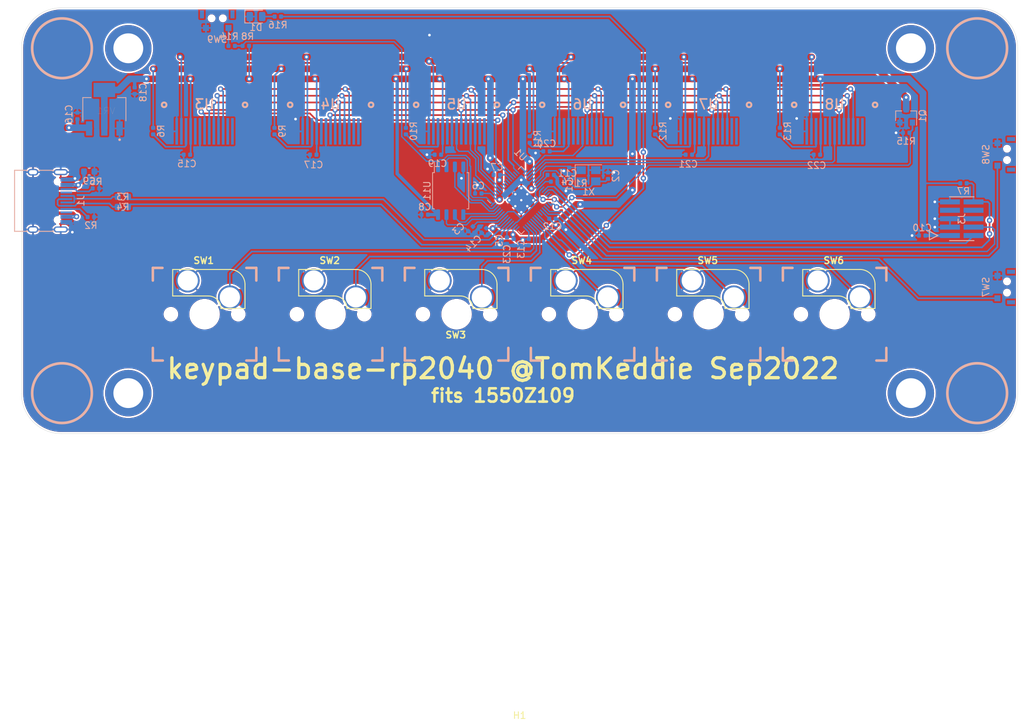
<source format=kicad_pcb>
(kicad_pcb (version 20211014) (generator pcbnew)
  (title_block (date "2021-06-05") (rev "Jun2021"))
  (layers (0 "F.Cu" signal) (31 "B.Cu" signal) (34 "B.Paste" user) (35 "F.Paste" user) (36 "B.SilkS" user "B.Silkscreen") (37 "F.SilkS" user "F.Silkscreen") (38 "B.Mask" user) (39 "F.Mask" user) (44 "Edge.Cuts" user))
  (net 0 "")
  (net 1 "GND")
  (net 2 "+3.3V")
  (net 3 "/XIN")
  (net 6 "/MOSI")
  (net 7 "/XOUT")
  (net 10 "/SCLK")
  (net 11 "/SW1")
  (net 12 "/SW2")
  (net 13 "/SW3")
  (net 14 "/SW4")
  (net 15 "/SW5")
  (net 16 "/SW6")
  (net 17 "/SW7")
  (net 18 "/SW8")
  (net 23 "+5V")
  (net 24 "/~{RESET}")
  (net 25 "/~{LCDRESET}")
  (net 26 "/D\\C")
  (net 27 "/BACKLIGHTK")
  (net 28 "/BACKLIGHT")
  (net 31 "/~{CS1}")
  (net 34 "/~{CS2}")
  (net 37 "/~{CS4}")
  (net 38 "Net-(R6-Pad1)")
  (net 39 "/QSPI_SS")
  (net 40 "/~{CS3}")
  (net 41 "/QSPI_SD1")
  (net 42 "/QSPI_SD2")
  (net 43 "/~{CS5}")
  (net 44 "/QSPI_SD0")
  (net 45 "/QSPI_SCLK")
  (net 46 "/~{CS6}")
  (net 47 "/USB_N")
  (net 48 "/USB_P")
  (net 49 "/QSPI_SD3")
  (net 51 "/D_P")
  (net 52 "/CC1")
  (net 53 "/D_N")
  (net 54 "/CC2")
  (net 55 "/SWCLK")
  (net 56 "/SWD")
  (net 58 "+1V1")
  (net 61 "/BOOTSEL")
  (net 62 "Net-(C2-Pad1)")
  (net 63 "Net-(R9-Pad1)")
  (net 64 "Net-(R10-Pad1)")
  (net 65 "Net-(R11-Pad1)")
  (net 66 "Net-(R12-Pad1)")
  (net 67 "Net-(R13-Pad1)")
  (net 68 "Net-(R16-Pad1)")
  (net 69 "Net-(D1-Pad2)")
  (footprint "tom-mechanical:MX-KailhClip-1.00u-no-top-ring" (layer "F.Cu") (at 119 100)
    (fp_text reference "SW1")
    (fp_text value "Switch_SW_Push" hide)
  )
  (footprint "tom-mechanical:MX-KailhClip-1.00u-no-top-ring" (layer "F.Cu") (at 138 100)
    (fp_text reference "SW2")
    (fp_text value "Switch_SW_Push" hide)
  )
  (footprint "tom-mechanical:MX-KailhClip-1.00u-no-top-ring" (layer "F.Cu") (at 157 100)
    (fp_text reference "SW3")
    (fp_text value "Switch_SW_Push" hide)
  )
  (footprint "tom-mechanical:MX-KailhClip-1.00u-no-top-ring" (layer "F.Cu") (at 176 100)
    (fp_text reference "SW4")
    (fp_text value "Switch_SW_Push" hide)
  )
  (footprint "tom-mechanical:MX-KailhClip-1.00u-no-top-ring" (layer "F.Cu") (at 195 100)
    (fp_text reference "SW5")
    (fp_text value "Switch_SW_Push" hide)
  )
  (footprint "tom-mechanical:MX-KailhClip-1.00u-no-top-ring" (layer "F.Cu") (at 214 100)
    (fp_text reference "SW6")
    (fp_text value "Switch_SW_Push" hide)
  )
  (footprint "keypad-base:1550Z109" (layer "F.Cu") (at 166.5 160)
    (fp_text reference "H1")
    (fp_text value "1550Z109")
  )
  (footprint "tom-mechanical:SW_SPST_SMD_SIDE_C319395" (layer "B.Cu") (at 240 75.9)
    (fp_text reference "SW8")
    (fp_text value "Switch_SW_Push" hide)
  )
  (footprint "tom-mechanical:SW_SPST_SMD_SIDE_C319395" (layer "B.Cu") (at 240 95.9)
    (fp_text reference "SW7")
    (fp_text value "Switch_SW_Push" hide)
  )
  (footprint "tom-mechanical:IE096HQ1301CL" (layer "B.Cu") (at 119 72.424 180)
    (fp_text reference "U3")
    (fp_text value "IE096HQ1301CL")
  )
  (footprint "tom-mechanical:IE096HQ1301CL" (layer "B.Cu") (at 138 72.424 180)
    (fp_text reference "U4")
    (fp_text value "IE096HQ1301CL")
  )
  (footprint "tom-mechanical:IE096HQ1301CL" (layer "B.Cu") (at 157 72.424 180)
    (fp_text reference "U5")
    (fp_text value "IE096HQ1301CL")
  )
  (footprint "tom-mechanical:IE096HQ1301CL" (layer "B.Cu") (at 195 72.424 180)
    (fp_text reference "U7")
    (fp_text value "IE096HQ1301CL")
  )
  (footprint "tom-mechanical:IE096HQ1301CL" (layer "B.Cu") (at 214 72.424 180)
    (fp_text reference "U8")
    (fp_text value "IE096HQ1301CL")
  )
  (footprint "tom-connectors:USB_C_Receptacle_GT-USB-7010" (layer "B.Cu") (at 95 82.9 90)
    (fp_text reference "J1")
    (fp_text value "USB_C_Receptacle_USB2.0")
  )
  (footprint "tom-mechanical:IE096HQ1301CL" (layer "B.Cu") (at 176 72.424 180)
    (fp_text reference "U6")
    (fp_text value "IE096HQ1301CL")
  )
  (footprint "tom-mechanical:STUD_SOLDER_SMTSO_M3" (layer "B.Cu") (at 225.5 111.9)
    (fp_text reference "H2" hide)
    (fp_text value "mech-only-no-pins")
  )
  (footprint "tom-mechanical:STUD_SOLDER_SMTSO_M3" (layer "B.Cu") (at 225.5 59.9)
    (fp_text reference "H3" hide)
    (fp_text value "mech-only-no-pins")
  )
  (footprint "tom-mechanical:STUD_SOLDER_SMTSO_M3" (layer "B.Cu") (at 107.5 59.9)
    (fp_text reference "H4" hide)
    (fp_text value "mech-only-no-pins")
  )
  (footprint "tom-mechanical:STUD_SOLDER_SMTSO_M3" (layer "B.Cu") (at 107.5 111.9)
    (fp_text reference "H5" hide)
    (fp_text value "mech-only-no-pins")
  )
  (footprint "tom-passives:R_0402_1005Metric" (layer "B.Cu") (at 129.54 72.39 90)
    (fp_text reference "R9")
    (fp_text value "470")
  )
  (footprint "tom-passives:C_0402_1005Metric" (layer "B.Cu") (at 167.894 89.154 -90)
    (fp_text reference "C13")
    (fp_text value "100nF,16V,X7R ")
  )
  (footprint "tom-passives:C_0402_1005Metric" (layer "B.Cu") (at 161.1376 87.376 -135)
    (fp_text reference "C14")
    (fp_text value "100nF,16V,X7R ")
  )
  (footprint "tom-passives:R_0603_1608Metric" (layer "B.Cu") (at 106.68 83.82 180)
    (fp_text reference "R3")
    (fp_text value "27")
  )
  (footprint "tom-passives:C_0402_1005Metric" (layer "B.Cu") (at 152.1968 84.9884 180)
    (fp_text reference "C8")
    (fp_text value "100nF,16V,X7R ")
  )
  (footprint "tom-passives:R_0603_1608Metric" (layer "B.Cu") (at 106.68 82.296 180)
    (fp_text reference "R4")
    (fp_text value "27")
  )
  (footprint "tom-passives:C_0402_1005Metric" (layer "B.Cu") (at 192.024 75.946 180)
    (fp_text reference "C21")
    (fp_text value "10uF,6.3V,X5R ")
  )
  (footprint "tom-passives:R_0402_1005Metric" (layer "B.Cu") (at 186.944 72.39 90)
    (fp_text reference "R12")
    (fp_text value "470")
  )
  (footprint "tom-passives:C_0402_1005Metric" (layer "B.Cu") (at 154.178 75.946 180)
    (fp_text reference "C19")
    (fp_text value "10uF,6.3V,X5R ")
  )
  (footprint "tom-passives:C_0402_1005Metric" (layer "B.Cu") (at 135.382 75.946 180)
    (fp_text reference "C17")
    (fp_text value "10uF,6.3V,X5R ")
  )
  (footprint "tom-passives:C_0402_1005Metric" (layer "B.Cu") (at 171.45 85.598)
    (fp_text reference "C12")
    (fp_text value "100nF,16V,X7R ")
  )
  (footprint "tom-passives:C_0402_1005Metric" (layer "B.Cu") (at 173.99 78.359 -90)
    (fp_text reference "C1")
    (fp_text value "20pF,50V,C0G ")
  )
  (footprint "tom-passives:Crystal_SMD_3225-4Pin_3.2x2.5mm" (layer "B.Cu") (at 176.8856 79.121)
    (fp_text reference "X1")
    (fp_text value "12MHz")
  )
  (footprint "tom-passives:R_0402_1005Metric" (layer "B.Cu") (at 130.048 55.118 180)
    (fp_text reference "R16")
    (fp_text value "470")
  )
  (footprint "tom-passives:C_0402_1005Metric" (layer "B.Cu") (at 170.561 75.438 180)
    (fp_text reference "C20")
    (fp_text value "10uF,6.3V,X5R ")
  )
  (footprint "tom-passives:C_0402_1005Metric" (layer "B.Cu") (at 160.274 81.788 180)
    (fp_text reference "C6")
    (fp_text value "100nF,16V,X7R ")
  )
  (footprint "tom-passives:R_0402_1005Metric" (layer "B.Cu") (at 233.426 80.264)
    (fp_text reference "R7")
    (fp_text value "10k")
  )
  (footprint "tom-passives:R_0402_1005Metric" (layer "B.Cu") (at 224.79 72.644 180)
    (fp_text reference "R15")
    (fp_text value "10k")
  )
  (footprint "tom-passives:C_0402_1005Metric" (layer "B.Cu") (at 227.203 88.138 180)
    (fp_text reference "C10")
    (fp_text value "100nF,16V,X7R ")
  )
  (footprint "tom-semiconductors:VREG_LM1117MPX-3.3" (layer "B.Cu") (at 103.886 69.088 90)
    (fp_text reference "VR1")
    (fp_text value "LM1117MPX-3.3")
  )
  (footprint "tom-passives:C_0402_1005Metric" (layer "B.Cu") (at 108.458 66.294 -90)
    (fp_text reference "C18")
    (fp_text value "1uF,25V,X5R ")
  )
  (footprint "tom-passives:C_0402_1005Metric" (layer "B.Cu") (at 163.068 78.994 180)
    (fp_text reference "C7")
    (fp_text value "100nF,16V,X7R ")
  )
  (footprint "tom-passives:R_0402_1005Metric" (layer "B.Cu") (at 205.74 72.39 90)
    (fp_text reference "R13")
    (fp_text value "470")
  )
  (footprint "tom-connectors:FTSH-105-01-F-DV-K" (layer "B.Cu") (at 233.172 85.598 90)
    (fp_text reference "J3")
    (fp_text value "Conn_02x05_SWD")
  )
  (footprint "tom-passives:R_0402_1005Metric" (layer "B.Cu") (at 101.854 85.344)
    (fp_text reference "R2")
    (fp_text value "5.1k")
  )
  (footprint "tom-passives:R_0402_1005Metric" (layer "B.Cu") (at 149.352 72.39 90)
    (fp_text reference "R10")
    (fp_text value "470")
  )
  (footprint "tom-passives:C_0603_1608Metric" (layer "B.Cu") (at 101.6 78.486)
    (fp_text reference "C9")
    (fp_text value "10uF,10V,X5R ")
  )
  (footprint "tom-opto:LED_0805_2012Metric" (layer "B.Cu") (at 126.746 55.118)
    (fp_text reference "D1")
    (fp_text value "LED")
  )
  (footprint "tom-passives:C_0402_1005Metric" (layer "B.Cu") (at 171.196 78.994)
    (fp_text reference "C11")
    (fp_text value "100nF,16V,X7R ")
  )
  (footprint "tom-passives:C_0402_1005Metric" (layer "B.Cu") (at 159.1056 87.122 -135)
    (fp_text reference "C3")
    (fp_text value "100nF,16V,X7R ")
  )
  (footprint "tom-passives:C_0402_1005Metric" (layer "B.Cu") (at 164.592 88.9 -90)
    (fp_text reference "C5")
    (fp_text value "10uF,6.3V,X5R ")
  )
  (footprint "tom-passives:R_0402_1005Metric" (layer "B.Cu") (at 123.0884 59.5376 180)
    (fp_text reference "R14")
    (fp_text value "1k")
  )
  (footprint "tom-mechanical:SW_SPST_SMD_SIDE_C319395" (layer "B.Cu") (at 120.904 55.38 90)
    (fp_text reference "SW9")
    (fp_text value "Switch_SW_Push" hide)
  )
  (footprint "tom-passives:C_0402_1005Metric" (layer "B.Cu") (at 116.332 75.946 180)
    (fp_text reference "C15")
    (fp_text value "10uF,6.3V,X5R ")
  )
  (footprint "tom-passives:R_0402_1005Metric" (layer "B.Cu") (at 102.616 81.026)
    (fp_text reference "R5")
    (fp_text value "5.1k")
  )
  (footprint "tom-passives:R_0402_1005Metric" (layer "B.Cu") (at 168.021 73.66 90)
    (fp_text reference "R11")
    (fp_text value "470")
  )
  (footprint "tom-passives:C_0402_1005Metric" (layer "B.Cu") (at 171.704 80.01)
    (fp_text reference "C4")
    (fp_text value "100nF,16V,X7R ")
  )
  (footprint "tom-passives:C_0402_1005Metric" (layer "B.Cu") (at 99.822 70.104 90)
    (fp_text reference "C16")
    (fp_text value "1uF,25V,X5R ")
  )
  (footprint "tom-passives:R_0402_1005Metric" (layer "B.Cu") (at 111.252 72.39 90)
    (fp_text reference "R6")
    (fp_text value "470")
  )
  (footprint "tom-passives:C_0402_1005Metric" (layer "B.Cu") (at 165.608 89.154 -90)
    (fp_text reference "C23")
    (fp_text value "2.2uF,6.3V,X5R ")
  )
  (footprint "tom-passives:R_0402_1005Metric" (layer "B.Cu") (at 173.736 80.264)
    (fp_text reference "R1")
    (fp_text value "1k")
  )
  (footprint "tom-passives:C_0402_1005Metric" (layer "B.Cu") (at 179.832 79.121 90)
    (fp_text reference "C2")
    (fp_text value "20pF,50V,C0G ")
  )
  (footprint "tom-passives:C_0402_1005Metric" (layer "B.Cu") (at 211.328 75.946 180)
    (fp_text reference "C22")
    (fp_text value "10uF,6.3V,X5R ")
  )
  (footprint "tom-passives:R_0402_1005Metric" (layer "B.Cu") (at 125.222 59.5376 180)
    (fp_text reference "R8")
    (fp_text value "10k")
  )
  (footprint "tom-semiconductors:SOT-23" (layer "B.Cu") (at 224.79 70.104 90)
    (fp_text reference "Q1")
    (fp_text value "AO3400A")
  )
  (footprint "tom-semiconductors:RP2040-QFN-56" (layer "B.Cu") (at 166.754 82.804 -45)
    (fp_text reference "U1")
    (fp_text value "RP2040")
  )
  (footprint "tom-semiconductors:SOIC-8_5.23x5.23mm_P1.27mm" (layer "B.Cu") (at 156.1084 81.3816 -90)
    (fp_text reference "U11")
    (fp_text value "W25Q128JVS")
  )
  (gr_circle (center 97.5 111.9) (end 102 111.9) (layer "B.SilkS") (width 0.4) (fill none))
  (gr_circle (center 235.5 111.9) (end 240 111.9) (layer "B.SilkS") (width 0.4) (fill none))
  (gr_circle (center 235.5 59.9) (end 240 59.9) (layer "B.SilkS") (width 0.4) (fill none))
  (gr_circle (center 97.5 59.9) (end 102 59.9) (layer "B.SilkS") (width 0.4) (fill none))
  (gr_arc (start 97.4 118) (mid 93.157359 116.242641) (end 91.4 112) (layer "Edge.Cuts") (width 0.05))
  (gr_line (start 97.4 118) (end 235.6 118) (layer "Edge.Cuts") (width 0.05))
  (gr_arc (start 235.6 53.8) (mid 239.842641 55.557359) (end 241.6 59.8) (layer "Edge.Cuts") (width 0.05))
  (gr_line (start 241.6 112) (end 241.6 59.8) (layer "Edge.Cuts") (width 0.05))
  (gr_arc (start 91.4 59.8) (mid 93.157359 55.557359) (end 97.4 53.8) (layer "Edge.Cuts") (width 0.05))
  (gr_line (start 235.6 53.8) (end 97.4 53.8) (layer "Edge.Cuts") (width 0.05))
  (gr_line (start 91.4 59.8) (end 91.4 112) (layer "Edge.Cuts") (width 0.05))
  (gr_arc (start 241.6 112) (mid 239.842641 116.242641) (end 235.6 118) (layer "Edge.Cuts") (width 0.05))
  (gr_text "fits 1550Z109" (at 164 112.268) (layer "F.SilkS") (effects (font (size 2 2) (thickness 0.4))))
  (gr_text "keypad-base-rp2040 @TomKeddie Sep2022" (at 164 108.204) (layer "F.SilkS") (effects (font (size 3 3) (thickness 0.5))))
  (segment (start 208.3 94.925) (end 211.455 94.925) (width 0.25) (layer "F.Cu") (net 1))
  (segment (start 132.3 94.925) (end 135.455 94.925) (width 0.25) (layer "F.Cu") (net 1))
  (segment (start 113.3 94.925) (end 116.455 94.925) (width 0.25) (layer "F.Cu") (net 1))
  (segment (start 152 94.92) (end 154.46 94.92) (width 0.25) (layer "F.Cu") (net 1))
  (segment (start 116.46 94.92) (end 114 94.92) (width 0.25) (layer "F.Cu") (net 1))
  (segment (start 190 94.92) (end 192.46 94.92) (width 0.25) (layer "F.Cu") (net 1))
  (segment (start 173.46 94.92) (end 171 94.92) (width 0.25) (layer "F.Cu") (net 1))
  (via (at 173.482 81.407) (size 0.8) (drill 0.4) (layers "F.Cu" "B.Cu") (net 1))
  (via (at 173.482 87.249) (size 0.8) (drill 0.4) (layers "F.Cu" "B.Cu") (net 1))
  (via (at 229.108 85.598) (size 0.8) (drill 0.4) (layers "F.Cu" "B.Cu") (net 1))
  (via (at 152.908 57.912) (size 0.8) (drill 0.4) (layers "F.Cu" "B.Cu") (net 1))
  (via (at 157.734 79.502) (size 0.8) (drill 0.4) (layers "F.Cu" "B.Cu") (net 1))
  (via (at 160.147 80.518) (size 0.8) (drill 0.4) (layers "F.Cu" "B.Cu") (net 1))
  (via (at 99.06 87.63) (size 0.8) (drill 0.4) (layers "F.Cu" "B.Cu") (net 1))
  (via (at 132.715 70.5745) (size 0.8) (drill 0.4) (layers "F.Cu" "B.Cu") (net 1))
  (via (at 161.671 78.105) (size 0.8) (drill 0.4) (layers "F.Cu" "B.Cu") (net 1))
  (via (at 180.721 78.613) (size 0.8) (drill 0.4) (layers "F.Cu" "B.Cu") (net 1))
  (via (at 166.751 79.756) (size 0.8) (drill 0.4) (layers "F.Cu" "B.Cu") (net 1))
  (via (at 163.449 89.535) (size 0.8) (drill 0.4) (layers "F.Cu" "B.Cu") (net 1))
  (via (at 223.266 72.644) (size 0.8) (drill 0.4) (layers "F.Cu" "B.Cu") (net 1))
  (via (at 229.108 86.868) (size 0.8) (drill 0.4) (layers "F.Cu" "B.Cu") (net 1))
  (via (at 168.91 75.692) (size 0.8) (drill 0.4) (layers "F.Cu" "B.Cu") (net 1))
  (via (at 189.23 70.485) (size 0.8) (drill 0.4) (layers "F.Cu" "B.Cu") (net 1))
  (via (at 225.679 88.138) (size 0.8) (drill 0.4) (layers "F.Cu" "B.Cu") (net 1))
  (via (at 152.527 75.946) (size 0.8) (drill 0.4) (layers "F.Cu" "B.Cu") (net 1))
  (via (at 99.45706 79.53412) (size 0.8) (drill 0.4) (layers "F.Cu" "B.Cu") (net 1))
  (via (at 229.108 83.058) (size 0.8) (drill 0.4) (layers "F.Cu" "B.Cu") (net 1))
  (via (at 208.28 70.485) (size 0.8) (drill 0.4) (layers "F.Cu" "B.Cu") (net 1))
  (via (at 173.169227 78.392649) (size 0.8) (drill 0.4) (layers "F.Cu" "B.Cu") (net 1))
  (segment (start 133.8 72.424) (end 133.35 72.424) (width 0.25) (layer "B.Cu") (net 1))
  (segment (start 209.8 70.735) (end 209.55 70.485) (width 0.25) (layer "B.Cu") (net 1))
  (segment (start 98.15 86.25) (end 98.5985 86.25) (width 0.5) (layer "B.Cu") (net 1))
  (segment (start 99.44118 79.55) (end 99.45706 79.53412) (width 0.25) (layer "B.Cu") (net 1))
  (segment (start 132.715 71.789) (end 132.715 70.5745) (width 0.25) (layer "B.Cu") (net 1))
  (segment (start 209.55 70.485) (end 208.28 70.485) (width 0.25) (layer "B.Cu") (net 1))
  (segment (start 190.5 70.485) (end 189.23 70.485) (width 0.25) (layer "B.Cu") (net 1))
  (segment (start 98.15 79.55) (end 99.44118 79.55) (width 0.25) (layer "B.Cu") (net 1))
  (segment (start 98.5985 86.25) (end 99.06 86.7115) (width 0.5) (layer "B.Cu") (net 1))
  (segment (start 173.620578 78.844) (end 173.169227 78.392649) (width 0.5) (layer "B.Cu") (net 1))
  (segment (start 98.15 79.85) (end 99.14118 79.85) (width 0.25) (layer "B.Cu") (net 1))
  (segment (start 190.8 70.785) (end 190.5 70.485) (width 0.25) (layer "B.Cu") (net 1))
  (segment (start 164.592 89.385) (end 163.599 89.385) (width 0.5) (layer "B.Cu") (net 1))
  (segment (start 133.35 72.424) (end 132.715 71.789) (width 0.25) (layer "B.Cu") (net 1))
  (segment (start 171.935 85.598) (end 172.212 85.598) (width 0.25) (layer "B.Cu") (net 1))
  (segment (start 173.482 86.868) (end 173.482 87.249) (width 0.25) (layer "B.Cu") (net 1))
  (segment (start 164.846 89.639) (end 164.592 89.385) (width 0.5) (layer "B.Cu") (net 1))
  (segment (start 98.15 85.95) (end 98.15 86.25) (width 0.25) (layer "B.Cu") (net 1))
  (segment (start 163.599 89.385) (end 163.449 89.535) (width 0.5) (layer "B.Cu") (net 1))
  (segment (start 168.477573 79.666214) (end 168.101055 80.04273) (width 0.2) (layer "B.Cu") (net 1))
  (segment (start 172.189 80.01) (end 172.189 80.368) (width 0.5) (layer "B.Cu") (net 1))
  (segment (start 167.894 89.639) (end 165.608 89.639) (width 0.5) (layer "B.Cu") (net 1))
  (segment (start 172.212 85.598) (end 173.482 86.868) (width 0.25) (layer "B.Cu") (net 1))
  (segment (start 99.14118 79.85) (end 99.45706 79.53412) (width 0.25) (layer "B.Cu") (net 1))
  (segment (start 165.608 89.639) (end 164.846 89.639) (width 0.5) (layer "B.Cu") (net 1))
  (segment (start 172.189 79.502) (end 172.189 80.01) (width 0.5) (layer "B.Cu") (net 1))
  (segment (start 168.101055 80.04273) (end 167.03773 80.04273) (width 0.2) (layer "B.Cu") (net 1))
  (segment (start 173.99 78.844) (end 173.620578 78.844) (width 0.5) (layer "B.Cu") (net 1))
  (segment (start 172.189 80.368) (end 172.72 80.899) (width 0.5) (layer "B.Cu") (net 1))
  (segment (start 99.06 86.7115) (end 99.06 87.63) (width 0.5) (layer "B.Cu") (net 1))
  (segment (start 171.681 78.994) (end 172.189 79.502) (width 0.5) (layer "B.Cu") (net 1))
  (segment (start 167.03773 80.04273) (end 166.751 79.756) (width 0.2) (layer "B.Cu") (net 1))
  (segment (start 168.021 76.962) (end 168.021 80.772) (width 1) (layer "F.Cu") (net 2))
  (segment (start 154.432 64.516) (end 173.228 64.516) (width 1) (layer "F.Cu") (net 2))
  (segment (start 169.686 88.7895) (end 166.982798 88.7895) (width 1) (layer "F.Cu") (net 2))
  (segment (start 165.502439 87.989561) (end 163.376761 87.989561) (width 1) (layer "F.Cu") (net 2))
  (segment (start 147.828 64.516) (end 154.432 64.516) (width 1) (layer "F.Cu") (net 2))
  (segment (start 173.228 64.516) (end 192.532 64.516) (width 1) (layer "F.Cu") (net 2))
  (segment (start 175.641 83.439) (end 175.0365 83.439) (width 1) (layer "F.Cu") (net 2))
  (segment (start 168.021 80.772) (end 168.275 81.026) (width 1) (layer "F.Cu") (net 2))
  (segment (start 116.84 64.516) (end 125.73 64.516) (width 1) (layer "F.Cu") (net 2))
  (segment (start 110.236 64.516) (end 116.84 64.516) (width 1) (layer "F.Cu") (net 2))
  (segment (start 171.958 86.5175) (end 169.686 88.7895) (width 1) (layer "F.Cu") (net 2))
  (segment (start 135.636 64.516) (end 147.828 64.516) (width 1) (layer "F.Cu") (net 2))
  (segment (start 175.0365 83.439) (end 171.958 86.5175) (width 1) (layer "F.Cu") (net 2))
  (segment (start 192.532 64.516) (end 211.836 64.516) (width 1) (layer "F.Cu") (net 2))
  (segment (start 183.515 75.819) (end 183.515 81.28) (width 1) (layer "F.Cu") (net 2))
  (segment (start 163.477922 82.68526) (end 163.467591 82.695591) (width 1) (layer "F.Cu") (net 2))
  (segment (start 166.302378 88.7895) (end 166.982798 88.7895) (width 1) (layer "F.Cu") (net 2))
  (segment (start 162.052 76.454) (end 163.477922 77.879922) (width 1) (layer "F.Cu") (net 2))
  (segment (start 163.376761 87.989561) (end 162.4584 87.0712) (width 1) (layer "F.Cu") (net 2))
  (segment (start 163.477922 79.752179) (end 163.477922 82.68526) (width 1) (layer "F.Cu") (net 2))
  (segment (start 165.502439 87.989561) (end 166.302378 88.7895) (width 1) (layer "F.Cu") (net 2))
  (segment (start 163.477922 77.879922) (end 163.477922 79.752179) (width 1) (layer "F.Cu") (net 2))
  (segment (start 125.73 64.516) (end 135.636 64.516) (width 1) (layer "F.Cu") (net 2))
  (via (at 165.502439 87.989561) (size 0.8) (drill 0.4) (layers "F.Cu" "B.Cu") (net 2))
  (via (at 168.275 81.026) (size 0.8) (drill 0.4) (layers "F.Cu" "B.Cu") (net 2))
  (via (at 147.828 64.516) (size 0.8) (drill 0.4) (layers "F.Cu" "B.Cu") (net 2))
  (via (at 211.836 64.516) (size 0.8) (drill 0.4) (layers "F.Cu" "B.Cu") (net 2))
  (via (at 171.958 86.5175) (size 0.8) (drill 0.4) (layers "F.Cu" "B.Cu") (net 2))
  (via (at 192.532 64.516) (size 0.8) (drill 0.4) (layers "F.Cu" "B.Cu") (net 2))
  (via (at 163.467591 82.695591) (size 0.8) (drill 0.4) (layers "F.Cu" "B.Cu") (net 2))
  (via (at 183.515 75.819) (size 0.8) (drill 0.4) (layers "F.Cu" "B.Cu") (net 2))
  (via (at 168.021 76.962) (size 0.8) (drill 0.4) (layers "F.Cu" "B.Cu") (net 2))
  (via (at 183.515 64.516) (size 0.8) (drill 0.4) (layers "F.Cu" "B.Cu") (net 2))
  (via (at 125.73 64.516) (size 0.8) (drill 0.4) (layers "F.Cu" "B.Cu") (net 2))
  (via (at 173.228 64.516) (size 0.8) (drill 0.4) (layers "F.Cu" "B.Cu") (net 2))
  (via (at 162.052 76.454) (size 0.8) (drill 0.4) (layers "F.Cu" "B.Cu") (net 2))
  (via (at 175.641 83.439) (size 0.8) (drill 0.4) (layers "F.Cu" "B.Cu") (net 2))
  (via (at 166.982798 88.7895) (size 0.8) (drill 0.4) (layers "F.Cu" "B.Cu") (net 2))
  (via (at 135.636 64.516) (size 0.8) (drill 0.4) (layers "F.Cu" "B.Cu") (net 2))
  (via (at 110.236 64.516) (size 0.8) (drill 0.4) (layers "F.Cu" "B.Cu") (net 2))
  (via (at 154.432 64.516) (size 0.8) (drill 0.4) (layers "F.Cu" "B.Cu") (net 2))
  (via (at 183.515 81.28) (size 0.8) (drill 0.4) (layers "F.Cu" "B.Cu") (net 2))
  (via (at 163.477922 79.752179) (size 0.8) (drill 0.4) (layers "F.Cu" "B.Cu") (net 2))
  (via (at 167.005 64.516) (size 0.8) (drill 0.4) (layers "F.Cu" "B.Cu") (net 2))
  (via (at 116.84 64.516) (size 0.8) (drill 0.4) (layers "F.Cu" "B.Cu") (net 2))
  (via (at 162.4584 87.0712) (size 0.8) (drill 0.4) (layers "F.Cu" "B.Cu") (net 2))
  (via (at 161.798 64.516) (size 0.8) (drill 0.4) (layers "F.Cu" "B.Cu") (net 2))
  (segment (start 154.2034 84.9816) (end 148.040499 78.818699) (width 0.5) (layer "B.Cu") (net 2))
  (segment (start 154.2034 84.9816) (end 152.6886 84.9816) (width 0.5) (layer "B.Cu") (net 2))
  (segment (start 125.707 59.5376) (end 125.73 59.5606) (width 0.2) (layer "B.Cu") (net 2))
  (segment (start 170.965 85.616216) (end 171.866284 86.5175) (width 0.25) (layer "B.Cu") (net 2))
  (segment (start 173.9 72.424) (end 173.9 65.188) (width 0.25) (layer "B.Cu") (net 2))
  (segment (start 108.458 64.77) (end 108.712 64.516) (width 0.5) (layer "B.Cu") (net 2))
  (segment (start 167.001 75.942) (end 168.021 76.962) (width 1) (layer "B.Cu") (net 2))
  (segment (start 169.891786 84.527573) (end 170.962213 85.598) (width 0.2) (layer "B.Cu") (net 2))
  (segment (start 192.9 72.424) (end 192.9 64.884) (width 0.25) (layer "B.Cu") (net 2))
  (segment (start 162.061045 81.788) (end 160.759 81.788) (width 0.2) (layer "B.Cu") (net 2))
  (segment (start 167.103298 88.669) (end 166.982798 88.7895) (width 0.2) (layer "B.Cu") (net 2))
  (segment (start 107.696 64.516) (end 108.712 64.516) (width 1) (layer "B.Cu") (net 2))
  (segment (start 165.878955 86.790314) (end 165.502439 87.166832) (width 0.2) (layer "B.Cu") (net 2))
  (segment (start 163.553 78.994) (end 163.553 79.677101) (width 0.25) (layer "B.Cu") (net 2))
  (segment (start 167.346202 87.073157) (end 167.894 87.620955) (width 0.2) (layer "B.Cu") (net 2))
  (segment (start 211.836 64.516) (end 225.171 64.516) (width 1) (layer "B.Cu") (net 2))
  (segment (start 164.464742 85.376101) (end 163.328443 86.5124) (width 0.2) (layer "B.Cu") (net 2))
  (segment (start 183.515 64.516) (end 183.515 75.819) (width 1) (layer "B.Cu") (net 2))
  (segment (start 173.9 65.188) (end 173.228 64.516) (width 0.25) (layer "B.Cu") (net 2))
  (segment (start 135.9 72.424) (end 135.9 64.78) (width 0.25) (layer "B.Cu") (net 2))
  (segment (start 162.4584 86.9696) (end 162.4584 87.0712) (width 0.2) (layer "B.Cu") (net 2))
  (segment (start 116.9 72.424) (end 116.9 75.909) (width 0.25) (layer "B.Cu") (net 2))
  (segment (start 227.584 86.868) (end 228.854 88.138) (width 0.5) (layer "B.Cu") (net 2))
  (segment (start 169.326101 80.514742) (end 170.711 79.129841) (width 0.2) (layer "B.Cu") (net 2))
  (segment (start 154.9 72.424) (end 154.9 64.984) (width 0.25) (layer "B.Cu") (net 2))
  (segment (start 192.9 64.884) (end 192.532 64.516) (width 0.25) (layer "B.Cu") (net 2))
  (segment (start 162.1 76.406) (end 162.052 76.454) (width 1) (layer "B.Cu") (net 2))
  (segment (start 168.814843 81.026) (end 168.275 81.026) (width 0.2) (layer "B.Cu") (net 2))
  (segment (start 167.001 64.52) (end 167.001 75.942) (width 1) (layer "B.Cu") (net 2))
  (segment (start 125.73 59.5606) (end 125.73 64.516) (width 0.2) (layer "B.Cu") (net 2))
  (segment (start 211.9 64.58) (end 211.836 64.516) (width 0.25) (layer "B.Cu") (net 2))
  (segment (start 116.9 72.424) (end 116.9 64.576) (width 0.25) (layer "B.Cu") (net 2))
  (segment (start 106.024 66.188) (end 107.696 64.516) (width 1) (layer "B.Cu") (net 2))
  (segment (start 192.9 72.424) (end 192.9 75.555) (width 0.25) (layer "B.Cu") (net 2))
  (segment (start 161.480547 87.033053) (end 161.518694 87.0712) (width 0.2) (layer "B.Cu") (net 2))
  (segment (start 148.040499 78.818699) (end 148.040499 64.728499) (width 0.5) (layer "B.Cu") (net 2))
  (segment (start 165.502439 87.989561) (end 165.502439 88.563439) (width 0.2) (layer "B.Cu") (net 2))
  (segment (start 162.1 64.818) (end 162.1 76.406) (width 1) (layer "B.Cu") (net 2))
  (segment (start 167.894 87.620955) (end 167.894 88.669) (width 0.2) (layer "B.Cu") (net 2))
  (segment (start 161.518694 87.0712) (end 162.4584 87.0712) (width 0.2) (layer "B.Cu") (net 2))
  (segment (start 169.326101 80.514742) (end 168.814843 81.026) (width 0.2) (layer "B.Cu") (net 2))
  (segment (start 225.171 64.516) (end 227.33 66.675) (width 1) (layer "B.Cu") (net 2))
  (segment (start 162.9156 86.5124) (end 162.4584 86.9696) (width 0.2) (layer "B.Cu") (net 2))
  (segment (start 162.6616 86.868) (end 162.4584 87.0712) (width 0.2) (layer "B.Cu") (net 2))
  (segment (start 164.358213 78.994) (end 163.553 78.994) (width 0.2) (layer "B.Cu") (net 2))
  (segment (start 165.030427 79.666214) (end 164.358213 78.994) (width 0.2) (layer "B.Cu") (net 2))
  (segment (start 154.9 72.424) (end 154.9 75.709) (width 0.25) (layer "B.Cu") (net 2))
  (segment (start 164.747585 85.658944) (end 163.538529 86.868) (width 0.2) (layer "B.Cu") (net 2))
  (segment (start 227.33 86.614) (end 227.584 86.868) (width 1) (layer "B.Cu") (net 2))
  (segment (start 227.33 66.675) (end 227.33 80.264) (width 1) (layer "B.Cu") (net 2))
  (segment (start 171.866284 86.5175) (end 171.958 86.5175) (width 0.25) (layer "B.Cu") (net 2))
  (segment (start 103.886 66.188) (end 103.886 71.988) (width 1) (layer "B.Cu") (net 2))
  (segment (start 163.553 79.677101) (end 163.477922 79.752179) (width 0.25) (layer "B.Cu") (net 2))
  (segment (start 163.328443 86.5124) (end 162.9156 86.5124) (width 0.2) (layer "B.Cu") (net 2))
  (segment (start 211.9 72.424) (end 211.9 75.859) (width 0.25) (layer "B.Cu") (net 2))
  (segment (start 173.101 75.438) (end 171.046 75.438) (width 0.25) (layer "B.Cu") (net 2))
  (segment (start 170.965 85.598) (end 170.965 85.616216) (width 0.25) (layer "B.Cu") (net 2))
  (segment (start 161.798 64.516) (end 162.1 64.818) (width 1) (layer "B.Cu") (net 2))
  (segment (start 163.538529 86.868) (end 162.6616 86.868) (width 0.2) (layer "B.Cu") (net 2))
  (segment (start 167.005 64.516) (end 167.001 64.52) (width 1) (layer "B.Cu") (net 2))
  (segment (start 103.886 66.188) (end 106.024 66.188) (width 1) (layer "B.Cu") (net 2))
  (segment (start 232.941 80.264) (end 227.33 80.264) (width 0.25) (layer "B.Cu") (net 2))
  (segment (start 228.854 88.138) (end 231.394 88.138) (width 0.5) (layer "B.Cu") (net 2))
  (segment (start 173.9 74.639) (end 173.101 75.438) (width 0.25) (layer "B.Cu") (net 2))
  (segment (start 181.356 83.439) (end 175.641 83.439) (width 1) (layer "B.Cu") (net 2))
  (segment (start 154.9 64.984) (end 154.432 64.516) (width 0.25) (layer "B.Cu") (net 2))
  (segment (start 162.968636 82.695591) (end 163.467591 82.695591) (width 0.2) (layer "B.Cu") (net 2))
  (segment (start 228.854 88.138) (end 227.688 88.138) (width 0.5) (layer "B.Cu") (net 2))
  (segment (start 162.484843 82.211798) (end 162.061045 81.788) (width 0.2) (layer "B.Cu") (net 2))
  (segment (start 154.9 75.709) (end 154.663 75.946) (width 0.25) (layer "B.Cu") (net 2))
  (segment (start 211.9 72.424) (end 211.9 64.58) (width 0.25) (layer "B.Cu") (net 2))
  (segment (start 167.894 88.669) (end 167.103298 88.669) (width 0.2) (layer "B.Cu") (net 2))
  (segment (start 116.9 64.576) (end 116.84 64.516) (width 0.25) (layer "B.Cu") (net 2))
  (segment (start 192.9 75.555) (end 192.509 75.946) (width 0.25) (layer "B.Cu") (net 2))
  (segment (start 135.9 64.78) (end 135.636 64.516) (width 0.25) (layer "B.Cu") (net 2))
  (segment (start 173.9 72.424) (end 173.9 74.639) (width 0.25) (layer "B.Cu") (net 2))
  (segment (start 108.458 65.809) (end 108.458 64.77) (width 0.5) (layer "B.Cu") (net 2))
  (segment (start 162.484843 82.211798) (end 162.968636 82.695591) (width 0.2) (layer "B.Cu") (net 2))
  (segment (start 227.33 80.264) (end 227.33 86.614) (width 1) (layer "B.Cu") (net 2))
  (segment (start 165.502439 87.166832) (end 165.502439 87.989561) (width 0.2) (layer "B.Cu") (net 2))
  (segment (start 108.712 64.516) (end 110.236 64.516) (width 1) (layer "B.Cu") (net 2))
  (segment (start 148.040499 64.728499) (end 147.828 64.516) (width 0.5) (layer "B.Cu") (net 2))
  (segment (start 135.9 72.424) (end 135.9 75.913) (width 0.25) (layer "B.Cu") (net 2))
  (segment (start 183.515 81.28) (end 181.356 83.439) (width 1) (layer "B.Cu") (net 2))
  (segment (start 169.672 78.471081) (end 170.449932 77.693149) (width 0.2) (layer "B.Cu") (net 3))
  (segment (start 173.809149 77.693149) (end 173.99 77.874) (width 0.2) (layer "B.Cu") (net 3))
  (segment (start 169.672 79.037471) (end 169.672 78.471081) (width 0.2) (layer "B.Cu") (net 3))
  (segment (start 173.99 77.874) (end 175.3886 77.874) (width 0.2) (layer "B.Cu") (net 3))
  (segment (start 168.760415 79.949056) (end 169.672 79.037471) (width 0.2) (layer "B.Cu") (net 3))
  (segment (start 170.449932 77.693149) (end 173.809149 77.693149) (width 0.2) (layer "B.Cu") (net 3))
  (segment (start 197.612 66.04) (end 216.408 66.04) (width 0.25) (layer "F.Cu") (net 6))
  (segment (start 178.308 66.04) (end 159.358558 66.04) (width 0.25) (layer "F.Cu") (net 6))
  (segment (start 121.412 66.04) (end 159.051538 66.04) (width 0.25) (layer "F.Cu") (net 6))
  (segment (start 159.358558 66.04) (end 159.205048 66.19351) (width 0.25) (layer "F.Cu") (net 6))
  (segment (start 159.051538 66.04) (end 159.205048 66.19351) (width 0.25) (layer "F.Cu") (net 6))
  (segment (start 178.308 66.04) (end 197.612 66.04) (width 0.25) (layer "F.Cu") (net 6))
  (via (at 140.208 66.04) (size 0.8) (drill 0.4) (layers "F.Cu" "B.Cu") (net 6))
  (via (at 121.412 66.04) (size 0.8) (drill 0.4) (layers "F.Cu" "B.Cu") (net 6))
  (via (at 178.308 66.04) (size 0.8) (drill 0.4) (layers "F.Cu" "B.Cu") (net 6))
  (via (at 197.612 66.04) (size 0.8) (drill 0.4) (layers "F.Cu" "B.Cu") (net 6))
  (via (at 216.408 66.04) (size 0.8) (drill 0.4) (layers "F.Cu" "B.Cu") (net 6))
  (via (at 159.205048 66.19351) (size 0.8) (drill 0.4) (layers "F.Cu" "B.Cu") (net 6))
  (segment (start 140.8 72.424) (end 140.8 66.632) (width 0.25) (layer "B.Cu") (net 6))
  (segment (start 121.8 72.424) (end 121.8 66.428) (width 0.25) (layer "B.Cu") (net 6))
  (segment (start 216.8 72.424) (end 216.8 66.432) (width 0.25) (layer "B.Cu") (net 6))
  (segment (start 163.616214 81.080427) (end 160.692002 78.156215) (width 0.2) (layer "B.Cu") (net 6))
  (segment (start 197.8 66.228) (end 197.612 66.04) (width 0.25) (layer "B.Cu") (net 6))
  (segment (start 159.8 66.788462) (end 159.205048 66.19351) (width 0.25) (layer "B.Cu") (net 6))
  (segment (start 159.8 75.35804) (end 159.8 72.424) (width 0.2) (layer "B.Cu") (net 6))
  (segment (start 159.8 72.424) (end 159.8 66.788462) (width 0.25) (layer "B.Cu") (net 6))
  (segment (start 216.8 66.432) (end 216.408 66.04) (width 0.25) (layer "B.Cu") (net 6))
  (segment (start 140.8 66.632) (end 140.208 66.04) (width 0.25) (layer "B.Cu") (net 6))
  (segment (start 178.8 66.532) (end 178.308 66.04) (width 0.25) (layer "B.Cu") (net 6))
  (segment (start 178.8 72.424) (end 178.8 66.532) (width 0.25) (layer "B.Cu") (net 6))
  (segment (start 160.692002 76.250042) (end 159.8 75.35804) (width 0.2) (layer "B.Cu") (net 6))
  (segment (start 160.692002 78.156215) (end 160.692002 76.250042) (width 0.2) (layer "B.Cu") (net 6))
  (segment (start 121.8 66.428) (end 121.412 66.04) (width 0.25) (layer "B.Cu") (net 6))
  (segment (start 197.8 72.424) (end 197.8 66.228) (width 0.25) (layer "B.Cu") (net 6))
  (segment (start 169.043258 80.231899) (end 170.071501 79.203656) (width 0.2) (layer "B.Cu") (net 7))
  (segment (start 173.251 79.611139) (end 173.251 80.264) (width 0.2) (layer "B.Cu") (net 7))
  (segment (start 170.071501 79.203656) (end 170.071501 78.63656) (width 0.2) (layer "B.Cu") (net 7))
  (segment (start 172.013861 78.374) (end 173.251 79.611139) (width 0.2) (layer "B.Cu") (net 7))
  (segment (start 170.071501 78.63656) (end 170.334061 78.374) (width 0.2) (layer "B.Cu") (net 7))
  (segment (start 170.334061 78.374) (end 172.013861 78.374) (width 0.2) (layer "B.Cu") (net 7))
  (segment (start 196.596 67.056) (end 215.9 67.056) (width 0.25) (layer "F.Cu") (net 10))
  (segment (start 177.8 67.056) (end 196.596 67.056) (width 0.25) (layer "F.Cu") (net 10))
  (segment (start 158.496 67.056) (end 177.8 67.056) (width 0.25) (layer "F.Cu") (net 10))
  (segment (start 158.496 67.056) (end 120.904 67.056) (width 0.25) (layer "F.Cu") (net 10))
  (via (at 177.8 67.056) (size 0.8) (drill 0.4) (layers "F.Cu" "B.Cu") (net 10))
  (via (at 158.496 67.056) (size 0.8) (drill 0.4) (layers "F.Cu" "B.Cu") (net 10))
  (via (at 196.596 67.056) (size 0.8) (drill 0.4) (layers "F.Cu" "B.Cu") (net 10))
  (via (at 215.9 67.056) (size 0.8) (drill 0.4) (layers "F.Cu" "B.Cu") (net 10))
  (via (at 139.7 67.056) (size 0.8) (drill 0.4) (layers "F.Cu" "B.Cu") (net 10))
  (via (at 120.904 67.056) (size 0.8) (drill 0.4) (layers "F.Cu" "B.Cu") (net 10))
  (segment (start 197.1 72.424) (end 197.1 67.56) (width 0.25) (layer "B.Cu") (net 10))
  (segment (start 140.1 72.424) (end 140.1 67.456) (width 0.25) (layer "B.Cu") (net 10))
  (segment (start 163.333371 81.36327) (end 160.292501 78.3224) (width 0.2) (layer "B.Cu") (net 10))
  (segment (start 140.1 67.456) (end 139.7 67.056) (width 0.25) (layer "B.Cu") (net 10))
  (segment (start 160.292501 78.3224) (end 160.292501 76.415521) (width 0.2) (layer "B.Cu") (net 10))
  (segment (start 216.1 72.424) (end 216.1 67.256) (width 0.25) (layer "B.Cu") (net 10))
  (segment (start 178.1 72.424) (end 178.1 67.356) (width 0.25) (layer "B.Cu") (net 10))
  (segment (start 160.292501 76.415521) (end 159.1 75.22302) (width 0.2) (layer "B.Cu") (net 10))
  (segment (start 121.1 72.424) (end 121.1 67.252) (width 0.25) (layer "B.Cu") (net 10))
  (segment (start 197.1 67.56) (end 196.596 67.056) (width 0.25) (layer "B.Cu") (net 10))
  (segment (start 159.1 72.424) (end 159.1 67.66) (width 0.25) (layer "B.Cu") (net 10))
  (segment (start 216.1 67.256) (end 215.9 67.056) (width 0.25) (layer "B.Cu") (net 10))
  (segment (start 121.1 67.252) (end 120.904 67.056) (width 0.25) (layer "B.Cu") (net 10))
  (segment (start 178.1 67.356) (end 177.8 67.056) (width 0.25) (layer "B.Cu") (net 10))
  (segment (start 159.1 67.66) (end 158.496 67.056) (width 0.25) (layer "B.Cu") (net 10))
  (segment (start 159.1 75.22302) (end 159.1 72.424) (width 0.2) (layer "B.Cu") (net 10))
  (segment (start 122.81 97.46) (end 125.2 97.46) (width 0.25) (layer "F.Cu") (net 11))
  (segment (start 168.637499 87.798768) (end 168.637499 90.061501) (width 0.2) (layer "B.Cu") (net 11))
  (segment (start 167.629045 86.790314) (end 168.637499 87.798768) (width 0.2) (layer "B.Cu") (net 11))
  (segment (start 168.148 90.551) (end 126.111 90.551) (width 0.25) (layer "B.Cu") (net 11))
  (segment (start 168.275 90.424) (end 168.148 90.551) (width 0.25) (layer "B.Cu") (net 11))
  (segment (start 168.637499 90.061501) (end 168.275 90.424) (width 0.2) (layer "B.Cu") (net 11))
  (segment (start 122.81 93.852) (end 122.81 97.46) (width 0.25) (layer "B.Cu") (net 11))
  (segment (start 126.111 90.551) (end 122.81 93.852) (width 0.25) (layer "B.Cu") (net 11))
  (segment (start 141.81 97.46) (end 144.2 97.46) (width 0.25) (layer "F.Cu") (net 12))
  (segment (start 169.037 90.297) (end 169.037 90.424) (width 0.25) (layer "B.Cu") (net 12))
  (segment (start 143.891 91.313) (end 141.81 93.394) (width 0.25) (layer "B.Cu") (net 12))
  (segment (start 167.911887 86.507472) (end 169.037 87.632585) (width 0.2) (layer "B.Cu") (net 12))
  (segment (start 141.81 93.394) (end 141.81 97.46) (width 0.25) (layer "B.Cu") (net 12))
  (segment (start 168.148 91.313) (end 143.891 91.313) (width 0.25) (layer "B.Cu") (net 12))
  (segment (start 169.037 90.424) (end 168.148 91.313) (width 0.25) (layer "B.Cu") (net 12))
  (segment (start 169.037 87.632585) (end 169.037 90.297) (width 0.2) (layer "B.Cu") (net 12))
  (segment (start 160.81 97.46) (end 163.9 97.46) (width 0.25) (layer "F.Cu") (net 13))
  (segment (start 169.545 87.574899) (end 169.545 90.424) (width 0.2) (layer "B.Cu") (net 13))
  (segment (start 169.545 90.678) (end 168.275 91.948) (width 0.25) (layer "B.Cu") (net 13))
  (segment (start 168.19473 86.224629) (end 169.545 87.574899) (width 0.2) (layer "B.Cu") (net 13))
  (segment (start 160.81 92.809) (end 160.81 97.46) (width 0.25) (layer "B.Cu") (net 13))
  (segment (start 168.275 91.948) (end 161.671 91.948) (width 0.25) (layer "B.Cu") (net 13))
  (segment (start 161.671 91.948) (end 160.81 92.809) (width 0.25) (layer "B.Cu") (net 13))
  (segment (start 169.545 90.424) (end 169.545 90.678) (width 0.25) (layer "B.Cu") (net 13))
  (segment (start 182.2 97.46) (end 179.81 97.46) (width 0.25) (layer "F.Cu") (net 14))
  (segment (start 179.366402 97.46) (end 179.81 97.46) (width 0.25) (layer "B.Cu") (net 14))
  (segment (start 170.307 87.771919) (end 170.307 88.400598) (width 0.2) (layer "B.Cu") (net 14))
  (segment (start 168.854089 86.319008) (end 170.307 87.771919) (width 0.2) (layer "B.Cu") (net 14))
  (segment (start 168.477573 85.941786) (end 168.854089 86.318304) (width 0.2) (layer "B.Cu") (net 14))
  (segment (start 170.307 88.400598) (end 179.366402 97.46) (width 0.25) (layer "B.Cu") (net 14))
  (segment (start 168.854089 86.318304) (end 168.854089 86.319008) (width 0.2) (layer "B.Cu") (net 14))
  (segment (start 198.81 97.46) (end 201.2 97.46) (width 0.25) (layer "F.Cu") (net 15))
  (segment (start 194.06 92.71) (end 198.81 97.46) (width 0.25) (layer "B.Cu") (net 15))
  (segment (start 172.466 88.798845) (end 172.754443 88.798845) (width 0.25) (layer "B.Cu") (net 15))
  (segment (start 169.043258 85.376101) (end 172.466 88.798845) (width 0.2) (layer "B.Cu") (net 15))
  (segment (start 172.754443 88.798845) (end 176.665598 92.71) (width 0.25) (layer "B.Cu") (net 15))
  (segment (start 176.665598 92.71) (end 194.06 92.71) (width 0.25) (layer "B.Cu") (net 15))
  (segment (start 217.81 97.46) (end 220.2 97.46) (width 0.25) (layer "F.Cu") (net 16))
  (segment (start 172.307 87.217) (end 172.339 87.249) (width 0.2) (layer "B.Cu") (net 16))
  (segment (start 212.435002 92.085002) (end 217.81 97.46) (width 0.25) (layer "B.Cu") (net 16))
  (segment (start 172.339 87.249) (end 177.175002 92.085002) (width 0.25) (layer "B.Cu") (net 16))
  (segment (start 171.449843 87.217) (end 172.307 87.217) (width 0.2) (layer "B.Cu") (net 16))
  (segment (start 169.326101 85.093258) (end 171.449843 87.217) (width 0.2) (layer "B.Cu") (net 16))
  (segment (start 177.175002 92.085002) (end 212.435002 92.085002) (width 0.25) (layer "B.Cu") (net 16))
  (segment (start 172.295001 84.919001) (end 172.974 85.598) (width 0.2) (layer "B.Cu") (net 17))
  (segment (start 170.8489 84.919001) (end 172.295001 84.919001) (width 0.2) (layer "B.Cu") (net 17))
  (segment (start 220.667501 91.635501) (end 226.632 97.6) (width 0.25) (layer "B.Cu") (net 17))
  (segment (start 172.974 85.598) (end 179.011501 91.635501) (width 0.25) (layer "B.Cu") (net 17))
  (segment (start 170.174629 84.24473) (end 170.8489 84.919001) (width 0.2) (layer "B.Cu") (net 17))
  (segment (start 179.011501 91.635501) (end 220.667501 91.635501) (width 0.25) (layer "B.Cu") (net 17))
  (segment (start 226.632 97.6) (end 238.55 97.6) (width 0.25) (layer "B.Cu") (net 17))
  (segment (start 171.015085 84.5195) (end 172.9115 84.5195) (width 0.2) (layer "B.Cu") (net 18))
  (segment (start 173.482 85.09) (end 179.578 91.186) (width 0.25) (layer "B.Cu") (net 18))
  (segment (start 170.457472 83.961887) (end 171.015085 84.5195) (width 0.2) (layer "B.Cu") (net 18))
  (segment (start 179.578 91.186) (end 237.236 91.186) (width 0.25) (layer "B.Cu") (net 18))
  (segment (start 238.55 89.872) (end 238.55 77.6) (width 0.25) (layer "B.Cu") (net 18))
  (segment (start 172.9115 84.5195) (end 173.482 85.09) (width 0.2) (layer "B.Cu") (net 18))
  (segment (start 237.236 91.186) (end 238.55 89.872) (width 0.25) (layer "B.Cu") (net 18))
  (segment (start 174.244 61.214) (end 191.262 61.214) (width 1) (layer "F.Cu") (net 23))
  (segment (start 94.996 81.026) (end 94.996 71.882) (width 1) (layer "F.Cu") (net 23))
  (segment (start 162.13293 61.214) (end 174.244 61.214) (width 1) (layer "F.Cu") (net 23))
  (segment (start 94.996 70.104) (end 103.124 61.976) (width 1) (layer "F.Cu") (net 23))
  (segment (start 105.156 55.372) (end 113.284 55.372) (width 1) (layer "F.Cu") (net 23))
  (segment (start 95.005001 81.035001) (end 94.996 81.026) (width 1) (layer "F.Cu") (net 23))
  (segment (start 94.996 84.1375) (end 94.996 81.026) (width 1) (layer "F.Cu") (net 23))
  (segment (start 161.466907 61.880023) (end 152.851423 61.880023) (width 1) (layer "F.Cu") (net 23))
  (segment (start 94.996 71.882) (end 94.996 70.104) (width 1) (layer "F.Cu") (net 23))
  (segment (start 95.623499 84.764999) (end 94.996 84.1375) (width 1) (layer "F.Cu") (net 23))
  (segment (start 115.316 61.214) (end 134.366 61.214) (width 1) (layer "F.Cu") (net 23))
  (segment (start 94.996 71.882) (end 98.552 71.882) (width 1) (layer "F.Cu") (net 23))
  (segment (start 115.316 57.404) (end 115.316 61.214) (width 1) (layer "F.Cu") (net 23))
  (segment (start 99.695 85.2805) (end 99.179499 84.764999) (width 0.5) (layer "F.Cu") (net 23))
  (segment (start 191.262 61.214) (end 210.566 61.214) (width 1) (layer "F.Cu") (net 23))
  (segment (start 99.431999 81.035001) (end 95.005001 81.035001) (width 0.5) (layer "F.Cu") (net 23))
  (segment (start 99.179499 84.764999) (end 95.623499 84.764999) (width 0.5) (layer "F.Cu") (net 23))
  (segment (start 162.13293 61.214) (end 161.466907 61.880023) (width 1) (layer "F.Cu") (net 23))
  (segment (start 103.124 57.404) (end 105.156 55.372) (width 1) (layer "F.Cu") (net 23))
  (segment (start 113.284 55.372) (end 115.316 57.404) (width 1) (layer "F.Cu") (net 23))
  (segment (start 134.366 61.214) (end 152.1854 61.214) (width 1) (layer "F.Cu") (net 23))
  (segment (start 99.949 80.518) (end 99.431999 81.035001) (width 0.5) (layer "F.Cu") (net 23))
  (segment (start 152.1854 61.214) (end 152.851423 61.880023) (width 1) (layer "F.Cu") (net 23))
  (segment (start 103.124 61.976) (end 103.124 57.404) (width 1) (layer "F.Cu") (net 23))
  (via (at 134.366 61.214) (size 0.8) (drill 0.4) (layers "F.Cu" "B.Cu") (net 23))
  (via (at 99.695 85.2805) (size 0.8) (drill 0.4) (layers "F.Cu" "B.Cu") (net 23))
  (via (at 99.949 80.518) (size 0.8) (drill 0.4) (layers "F.Cu" "B.Cu") (net 23))
  (via (at 98.552 71.882) (size 0.8) (drill 0.4) (layers "F.Cu" "B.Cu") (net 23))
  (via (at 174.244 61.214) (size 0.8) (drill 0.4) (layers "F.Cu" "B.Cu") (net 23))
  (via (at 115.316 61.214) (size 0.8) (drill 0.4) (layers "F.Cu" "B.Cu") (net 23))
  (via (at 191.262 61.214) (size 0.8) (drill 0.4) (layers "F.Cu" "B.Cu") (net 23))
  (via (at 152.851423 61.880023) (size 0.8) (drill 0.4) (layers "F.Cu" "B.Cu") (net 23))
  (via (at 210.566 61.214) (size 0.8) (drill 0.4) (layers "F.Cu" "B.Cu") (net 23))
  (segment (start 191.5 72.424) (end 191.5 61.452) (width 0.25) (layer "B.Cu") (net 23))
  (segment (start 100.8125 79.6545) (end 99.949 80.518) (width 0.5) (layer "B.Cu") (net 23))
  (segment (start 99.5645 85.15) (end 99.695 85.2805) (width 0.25) (layer "B.Cu") (net 23))
  (segment (start 99.817 80.65) (end 99.949 80.518) (width 0.25) (layer "B.Cu") (net 23))
  (segment (start 98.552 71.882) (end 100.076 71.882) (width 1) (layer "B.Cu") (net 23))
  (segment (start 134.5 72.424) (end 134.5 61.348) (width 0.25) (layer "B.Cu") (net 23))
  (segment (start 172.5 62.958) (end 174.244 61.214) (width 0.25) (layer "B.Cu") (net 23))
  (segment (start 99.822 70.589) (end 99.822 71.628) (width 0.5) (layer "B.Cu") (net 23))
  (segment (start 153.5 62.5286) (end 152.851423 61.880023) (width 0.25) (layer "B.Cu") (net 23))
  (segment (start 99.822 71.628) (end 100.076 71.882) (width 0.5) (layer "B.Cu") (net 23))
  (segment (start 99.781 80.35) (end 99.949 80.518) (width 0.25) (layer "B.Cu") (net 23))
  (segment (start 100.8125 78.486) (end 100.8125 79.6545) (width 0.5) (layer "B.Cu") (net 23))
  (segment (start 98.15 85.15) (end 99.5645 85.15) (width 0.25) (layer "B.Cu") (net 23))
  (segment (start 98.15 80.35) (end 99.781 80.35) (width 0.25) (layer "B.Cu") (net 23))
  (segment (start 115.5 72.424) (end 115.5 61.398) (width 0.25) (layer "B.Cu") (net 23))
  (segment (start 115.5 61.398) (end 115.316 61.214) (width 0.25) (layer "B.Cu") (net 23))
  (segment (start 210.5 61.28) (end 210.566 61.214) (width 0.25) (layer "B.Cu") (net 23))
  (segment (start 99.5255 85.45) (end 99.695 85.2805) (width 0.25) (layer "B.Cu") (net 23))
  (segment (start 98.15 85.45) (end 99.5255 85.45) (width 0.25) (layer "B.Cu") (net 23))
  (segment (start 172.5 72.424) (end 172.5 62.958) (width 0.25) (layer "B.Cu") (net 23))
  (segment (start 191.5 61.452) (end 191.262 61.214) (width 0.25) (layer "B.Cu") (net 23))
  (segment (start 210.5 72.424) (end 210.5 61.28) (width 0.25) (layer "B.Cu") (net 23))
  (segment (start 153.5 72.424) (end 153.5 62.5286) (width 0.25) (layer "B.Cu") (net 23))
  (segment (start 134.5 61.348) (end 134.366 61.214) (width 0.25) (layer "B.Cu") (net 23))
  (segment (start 98.15 80.65) (end 99.817 80.65) (width 0.25) (layer "B.Cu") (net 23))
  (segment (start 101.48 71.882) (end 101.586 71.988) (width 1) (layer "B.Cu") (net 23))
  (segment (start 100.076 71.882) (end 101.48 71.882) (width 1) (layer "B.Cu") (net 23))
  (segment (start 237.363 87.884) (end 237.363 85.852) (width 0.25) (layer "F.Cu") (net 24))
  (via (at 237.363 85.852) (size 0.8) (drill 0.4) (layers "F.Cu" "B.Cu") (net 24))
  (via (at 237.363 87.884) (size 0.8) (drill 0.4) (layers "F.Cu" "B.Cu") (net 24))
  (segment (start 237.363 85.852) (end 237.363 83.312) (width 0.25) (layer "B.Cu") (net 24))
  (segment (start 237.363 88.773) (end 237.363 87.884) (width 0.25) (layer "B.Cu") (net 24))
  (segment (start 170.457472 81.646113) (end 170.833989 81.269596) (width 0.2) (layer "B.Cu") (net 24))
  (segment (start 170.833989 81.269596) (end 171.439596 81.269596) (width 0.2) (layer "B.Cu") (net 24))
  (segment (start 180.086 89.916) (end 236.22 89.916) (width 0.25) (layer "B.Cu") (net 24))
  (segment (start 234.95 80.518) (end 234.696 80.264) (width 0.25) (layer "B.Cu") (net 24))
  (segment (start 234.95 83.058) (end 234.95 80.518) (width 0.25) (layer "B.Cu") (net 24))
  (segment (start 236.22 89.916) (end 237.363 88.773) (width 0.25) (layer "B.Cu") (net 24))
  (segment (start 234.696 80.264) (end 233.911 80.264) (width 0.25) (layer "B.Cu") (net 24))
  (segment (start 237.109 83.058) (end 234.95 83.058) (width 0.25) (layer "B.Cu") (net 24))
  (segment (start 171.439596 81.269596) (end 172.593 82.423) (width 0.2) (layer "B.Cu") (net 24))
  (segment (start 237.363 83.312) (end 237.109 83.058) (width 0.25) (layer "B.Cu") (net 24))
  (segment (start 172.593 82.423) (end 180.086 89.916) (width 0.25) (layer "B.Cu") (net 24))
  (segment (start 157.67499 69.196001) (end 165.508597 69.196001) (width 0.25) (layer "F.Cu") (net 25))
  (segment (start 214.67499 69.196001) (end 195.471999 69.196001) (width 0.25) (layer "F.Cu") (net 25))
  (segment (start 176.222987 68.743998) (end 176.67499 69.196001) (width 0.25) (layer "F.Cu") (net 25))
  (segment (start 138.67499 69.196001) (end 119.857102 69.196001) (width 0.25) (layer "F.Cu") (net 25))
  (segment (start 138.67499 69.196001) (end 157.67499 69.196001) (width 0.25) (layer "F.Cu") (net 25))
  (segment (start 165.9606 68.743998) (end 176.222987 68.743998) (width 0.25) (layer "F.Cu") (net 25))
  (segment (start 165.508597 69.196001) (end 165.9606 68.743998) (width 0.25) (layer "F.Cu") (net 25))
  (segment (start 176.67499 69.196001) (end 195.471999 69.196001) (width 0.25) (layer "F.Cu") (net 25))
  (segment (start 119.857102 69.196001) (end 119.659601 68.9985) (width 0.25) (layer "F.Cu") (net 25))
  (via (at 176.67499 69.196001) (size 0.8) (drill 0.4) (layers "F.Cu" "B.Cu") (net 25))
  (via (at 214.67499 69.196001) (size 0.8) (drill 0.4) (layers "F.Cu" "B.Cu") (net 25))
  (via (at 138.67499 69.196001) (size 0.8) (drill 0.4) (layers "F.Cu" "B.Cu") (net 25))
  (via (at 195.471999 69.196001) (size 0.8) (drill 0.4) (layers "F.Cu" "B.Cu") (net 25))
  (via (at 119.659601 68.9985) (size 0.8) (drill 0.4) (layers "F.Cu" "B.Cu") (net 25))
  (via (at 157.67499 69.196001) (size 0.8) (drill 0.4) (layers "F.Cu" "B.Cu") (net 25))
  (via (at 165.508597 69.196001) (size 0.8) (drill 0.4) (layers "F.Cu" "B.Cu") (net 25))
  (segment (start 195.7 69.424002) (end 195.471999 69.196001) (width 0.25) (layer "B.Cu") (net 25))
  (segment (start 165.508597 76.697238) (end 165.508597 69.196001) (width 0.2) (layer "B.Cu") (net 25))
  (segment (start 214.7 69.221011) (end 214.67499 69.196001) (width 0.25) (layer "B.Cu") (net 25))
  (segment (start 176.7 72.424) (end 176.7 69.221011) (width 0.25) (layer "B.Cu") (net 25))
  (segment (start 214.7 72.424) (end 214.7 69.221011) (width 0.25) (layer "B.Cu") (net 25))
  (segment (start 176.7 69.221011) (end 176.67499 69.196001) (width 0.25) (layer "B.Cu") (net 25))
  (segment (start 138.7 69.221011) (end 138.67499 69.196001) (width 0.25) (layer "B.Cu") (net 25))
  (segment (start 157.7 72.424) (end 157.7 69.221011) (width 0.25) (layer "B.Cu") (net 25))
  (segment (start 195.7 72.424) (end 195.7 69.424002) (width 0.25) (layer "B.Cu") (net 25))
  (segment (start 157.7 69.221011) (end 157.67499 69.196001) (width 0.25) (layer "B.Cu") (net 25))
  (segment (start 119.7 69.038899) (end 119.659601 68.9985) (width 0.25) (layer "B.Cu") (net 25))
  (segment (start 119.7 72.424) (end 119.7 69.038899) (width 0.25) (layer "B.Cu") (net 25))
  (segment (start 138.7 72.424) (end 138.7 69.221011) (width 0.25) (layer "B.Cu") (net 25))
  (segment (start 167.346202 78.534843) (end 165.508597 76.697238) (width 0.2) (layer "B.Cu") (net 25))
  (segment (start 196.088 68.072) (end 177.292 68.072) (width 0.25) (layer "F.Cu") (net 26))
  (segment (start 215.37499 68.072) (end 196.088 68.072) (width 0.25) (layer "F.Cu") (net 26))
  (segment (start 177.292 68.072) (end 120.37499 68.072) (width 0.25) (layer "F.Cu") (net 26))
  (via (at 157.988 68.072) (size 0.8) (drill 0.4) (layers "F.Cu" "B.Cu") (net 26))
  (via (at 120.37499 68.072) (size 0.8) (drill 0.4) (layers "F.Cu" "B.Cu") (net 26))
  (via (at 196.088 68.072) (size 0.8) (drill 0.4) (layers "F.Cu" "B.Cu") (net 26))
  (via (at 177.292 68.072) (size 0.8) (drill 0.4) (layers "F.Cu" "B.Cu") (net 26))
  (via (at 215.37499 68.072) (size 0.8) (drill 0.4) (layers "F.Cu" "B.Cu") (net 26))
  (via (at 165.608 68.072) (size 0.8) (drill 0.4) (layers "F.Cu" "B.Cu") (net 26))
  (via (at 139.192 68.072) (size 0.8) (drill 0.4) (layers "F.Cu" "B.Cu") (net 26))
  (segment (start 215.4 68.09701) (end 215.37499 68.072) (width 0.25) (layer "B.Cu") (net 26))
  (segment (start 215.4 72.424) (end 215.4 68.09701) (width 0.25) (layer "B.Cu") (net 26))
  (segment (start 177.4 72.424) (end 177.4 68.18) (width 0.25) (layer "B.Cu") (net 26))
  (segment (start 165.608 77.597) (end 164.784097 76.773097) (width 0.25) (layer "B.Cu") (net 26))
  (segment (start 177.4 68.18) (end 177.292 68.072) (width 0.25) (layer "B.Cu") (net 26))
  (segment (start 196.4 68.384) (end 196.088 68.072) (width 0.25) (layer "B.Cu") (net 26))
  (segment (start 166.161798 78.534843) (end 165.608 77.981045) (width 0.2) (layer "B.Cu") (net 26))
  (segment (start 139.4 72.424) (end 139.4 68.28) (width 0.25) (layer "B.Cu") (net 26))
  (segment (start 158.4 72.424) (end 158.4 68.484) (width 0.25) (layer "B.Cu") (net 26))
  (segment (start 164.784097 68.895903) (end 165.608 68.072) (width 0.25) (layer "B.Cu") (net 26))
  (segment (start 164.784097 76.773097) (end 164.784097 68.895903) (width 0.25) (layer "B.Cu") (net 26))
  (segment (start 139.4 68.28) (end 139.192 68.072) (width 0.25) (layer "B.Cu") (net 26))
  (segment (start 158.4 68.484) (end 157.988 68.072) (width 0.25) (layer "B.Cu") (net 26))
  (segment (start 120.4 68.09701) (end 120.37499 68.072) (width 0.25) (layer "B.Cu") (net 26))
  (segment (start 120.4 72.424) (end 120.4 68.09701) (width 0.25) (layer "B.Cu") (net 26))
  (segment (start 196.4 72.424) (end 196.4 68.384) (width 0.25) (layer "B.Cu") (net 26))
  (segment (start 165.608 77.981045) (end 165.608 77.597) (width 0.2) (layer "B.Cu") (net 26))
  (segment (start 152.26633 62.992) (end 111.252 62.992) (width 1) (layer "F.Cu") (net 27))
  (segment (start 220.472 62.992) (end 224.79 67.31) (width 1) (layer "F.Cu") (net 27))
  (segment (start 205.74 62.992) (end 168.021 62.992) (width 1) (layer "F.Cu") (net 27))
  (segment (start 152.354363 63.080033) (end 152.26633 62.992) (width 1) (layer "F.Cu") (net 27))
  (segment (start 161.963967 63.080033) (end 152.354363 63.080033) (width 1) (layer "F.Cu") (net 27))
  (segment (start 205.74 62.992) (end 220.472 62.992) (width 1) (layer "F.Cu") (net 27))
  (segment (start 168.021 62.992) (end 162.052 62.992) (width 1) (layer "F.Cu") (net 27))
  (segment (start 162.052 62.992) (end 161.963967 63.080033) (width 1) (layer "F.Cu") (net 27))
  (via (at 205.74 62.992) (size 0.8) (drill 0.4) (layers "F.Cu" "B.Cu") (net 27))
  (via (at 224.79 67.31) (size 0.8) (drill 0.4) (layers "F.Cu" "B.Cu") (net 27))
  (via (at 149.4315 62.998734) (size 0.8) (drill 0.4) (layers "F.Cu" "B.Cu") (net 27))
  (via (at 130.556 62.992) (size 0.8) (drill 0.4) (layers "F.Cu" "B.Cu") (net 27))
  (via (at 186.944 62.992) (size 0.8) (drill 0.4) (layers "F.Cu" "B.Cu") (net 27))
  (via (at 111.252 62.992) (size 0.8) (drill 0.4) (layers "F.Cu" "B.Cu") (net 27))
  (via (at 168.021 62.992) (size 0.8) (drill 0.4) (layers "F.Cu" "B.Cu") (net 27))
  (segment (start 129.54 64.008) (end 129.54 71.905) (width 0.25) (layer "B.Cu") (net 27))
  (segment (start 130.556 62.992) (end 129.54 64.008) (width 0.25) (layer "B.Cu") (net 27))
  (segment (start 168.5915 72.6045) (end 168.5915 63.5625) (width 0.25) (layer "B.Cu") (net 27))
  (segment (start 149.352 71.905) (end 149.352 63.078234) (width 0.25) (layer "B.Cu") (net 27))
  (segment (start 224.79 67.31) (end 224.79 69.104) (width 1) (layer "B.Cu") (net 27))
  (segment (start 149.352 63.078234) (end 149.4315 62.998734) (width 0.25) (layer "B.Cu") (net 27))
  (segment (start 111.252 62.992) (end 111.252 71.905) (width 0.25) (layer "B.Cu") (net 27))
  (segment (start 186.944 62.992) (end 186.944 71.905) (width 0.25) (layer "B.Cu") (net 27))
  (segment (start 205.74 62.992) (end 205.74 71.905) (width 0.25) (layer "B.Cu") (net 27))
  (segment (start 168.021 73.175) (end 168.5915 72.6045) (width 0.25) (layer "B.Cu") (net 27))
  (segment (start 168.5915 63.5625) (end 168.021 62.992) (width 0.25) (layer "B.Cu") (net 27))
  (segment (start 172.974 83.82) (end 174.371 82.423) (width 0.2) (layer "F.Cu") (net 28))
  (segment (start 172.085 83.82) (end 172.974 83.82) (width 0.2) (layer "F.Cu") (net 28))
  (via (at 172.085 83.82) (size 0.8) (drill 0.4) (layers "F.Cu" "B.Cu") (net 28))
  (via (at 174.371 82.423) (size 0.8) (drill 0.4) (layers "F.Cu" "B.Cu") (net 28))
  (segment (start 225.108499 77.532501) (end 225.425 77.216) (width 0.2) (layer "B.Cu") (net 28))
  (segment (start 181.102 82.423) (end 185.992499 77.532501) (width 0.2) (layer "B.Cu") (net 28))
  (segment (start 225.425 77.216) (end 225.425 72.794) (width 0.2) (layer "B.Cu") (net 28))
  (segment (start 225.74 72.179) (end 225.275 72.644) (width 0.25) (layer "B.Cu") (net 28))
  (segment (start 171.023157 83.396202) (end 171.661202 83.396202) (width 0.2) (layer "B.Cu") (net 28))
  (segment (start 185.992499 77.532501) (end 225.108499 77.532501) (width 0.2) (layer "B.Cu") (net 28))
  (segment (start 225.74 71.104) (end 225.74 72.179) (width 0.25) (layer "B.Cu") (net 28))
  (segment (start 171.661202 83.396202) (end 172.085 83.82) (width 0.2) (layer "B.Cu") (net 28))
  (segment (start 174.371 82.423) (end 181.102 82.423) (width 0.2) (layer "B.Cu") (net 28))
  (segment (start 134.874 69.723) (end 135.89 70.739) (width 0.25) (layer "F.Cu") (net 31))
  (segment (start 118.491 69.469) (end 118.745 69.723) (width 0.25) (layer "F.Cu") (net 31))
  (segment (start 135.89 70.739) (end 163.1995 70.739) (width 0.25) (layer "F.Cu") (net 31))
  (segment (start 118.745 69.723) (end 134.874 69.723) (width 0.25) (layer "F.Cu") (net 31))
  (via (at 163.1995 70.739) (size 0.8) (drill 0.4) (layers "F.Cu" "B.Cu") (net 31))
  (via (at 118.491 69.469) (size 0.8) (drill 0.4) (layers "F.Cu" "B.Cu") (net 31))
  (segment (start 118.491 69.469) (end 119 69.978) (width 0.25) (layer "B.Cu") (net 31))
  (segment (start 164.936754 79.006149) (end 162.941 77.010395) (width 0.2) (layer "B.Cu") (net 31))
  (segment (start 165.31327 79.383371) (end 164.936754 79.006853) (width 0.2) (layer "B.Cu") (net 31))
  (segment (start 164.936754 79.006853) (end 164.936754 79.006149) (width 0.2) (layer "B.Cu") (net 31))
  (segment (start 119 69.978) (end 119 72.424) (width 0.25) (layer "B.Cu") (net 31))
  (segment (start 162.941 70.9975) (end 163.1995 70.739) (width 0.2) (layer "B.Cu") (net 31))
  (segment (start 162.941 77.010395) (end 162.941 70.9975) (width 0.2) (layer "B.Cu") (net 31))
  (segment (start 163.957 69.977) (end 137.922 69.977) (width 0.25) (layer "F.Cu") (net 34))
  (via (at 137.922 69.977) (size 0.8) (drill 0.4) (layers "F.Cu" "B.Cu") (net 34))
  (via (at 163.957 69.977) (size 0.8) (drill 0.4) (layers "F.Cu" "B.Cu") (net 34))
  (segment (start 165.596113 79.100528) (end 163.957 77.461415) (width 0.2) (layer "B.Cu") (net 34))
  (segment (start 137.922 69.977) (end 138 70.055) (width 0.25) (layer "B.Cu") (net 34))
  (segment (start 163.957 77.461415) (end 163.957 69.977) (width 0.2) (layer "B.Cu") (net 34))
  (segment (start 138 70.055) (end 138 72.424) (width 0.25) (layer "B.Cu") (net 34))
  (segment (start 174.551 76.073) (end 170.307 76.073) (width 0.2) (layer "B.Cu") (net 37))
  (segment (start 176 74.624) (end 176 72.424) (width 0.2) (layer "B.Cu") (net 37))
  (segment (start 170.307 76.073) (end 168.656 77.724) (width 0.2) (layer "B.Cu") (net 37))
  (segment (start 168.656 77.724) (end 168.656 77.790729) (width 0.2) (layer "B.Cu") (net 37))
  (segment (start 168.656 77.790729) (end 167.629045 78.817686) (width 0.2) (layer "B.Cu") (net 37))
  (segment (start 174.551 76.073) (end 176 74.624) (width 0.2) (layer "B.Cu") (net 37))
  (segment (start 116.2 74.554) (end 116.005 74.749) (width 0.25) (layer "B.Cu") (net 38))
  (segment (start 116.005 74.749) (end 113.126 74.749) (width 0.25) (layer "B.Cu") (net 38))
  (segment (start 113.126 74.749) (end 111.252 72.875) (width 0.25) (layer "B.Cu") (net 38))
  (segment (start 116.2 72.424) (end 116.2 74.554) (width 0.25) (layer "B.Cu") (net 38))
  (segment (start 154.4584 76.6816) (end 154.2034 76.9366) (width 0.2) (layer "B.Cu") (net 39))
  (segment (start 148.732 60.056) (end 147.5936 58.9176) (width 0.2) (layer "B.Cu") (net 39))
  (segment (start 159.012901 76.659921) (end 158.407479 76.054499) (width 0.2) (layer "B.Cu") (net 39))
  (segment (start 152.460739 76.9366) (end 148.732 73.207861) (width 0.2) (layer "B.Cu") (net 39))
  (segment (start 158.407479 76.054499) (end 155.663521 76.054499) (width 0.2) (layer "B.Cu") (net 39))
  (segment (start 154.2034 76.9366) (end 154.2034 77.7816) (width 0.2) (layer "B.Cu") (net 39))
  (segment (start 159.112499 82.06436) (end 159.112499 77.706672) (width 0.2) (layer "B.Cu") (net 39))
  (segment (start 159.012901 77.607074) (end 159.012901 76.659921) (width 0.2) (layer "B.Cu") (net 39))
  (segment (start 159.456139 82.408) (end 159.112499 82.06436) (width 0.2) (layer "B.Cu") (net 39))
  (segment (start 162.484843 83.396202) (end 161.496641 82.408) (width 0.2) (layer "B.Cu") (net 39))
  (segment (start 155.663521 76.054499) (end 155.03642 76.6816) (width 0.2) (layer "B.Cu") (net 39))
  (segment (start 161.496641 82.408) (end 159.456139 82.408) (width 0.2) (layer "B.Cu") (net 39))
  (segment (start 148.732 73.207861) (end 148.732 60.056) (width 0.2) (layer "B.Cu") (net 39))
  (segment (start 159.112499 77.706672) (end 159.012901 77.607074) (width 0.2) (layer "B.Cu") (net 39))
  (segment (start 125.2324 58.9176) (end 124.737 59.413) (width 0.2) (layer "B.Cu") (net 39))
  (segment (start 155.03642 76.6816) (end 154.4584 76.6816) (width 0.2) (layer "B.Cu") (net 39))
  (segment (start 154.2034 76.9366) (end 152.460739 76.9366) (width 0.2) (layer "B.Cu") (net 39))
  (segment (start 124.737 59.413) (end 124.737 59.5376) (width 0.2) (layer "B.Cu") (net 39))
  (segment (start 123.5734 59.5376) (end 124.737 59.5376) (width 0.25) (layer "B.Cu") (net 39))
  (segment (start 147.5936 58.9176) (end 125.2324 58.9176) (width 0.2) (layer "B.Cu") (net 39))
  (segment (start 157 75.085) (end 157 72.424) (width 0.2) (layer "B.Cu") (net 40))
  (segment (start 159.893 79.054269) (end 159.893 76.581) (width 0.2) (layer "B.Cu") (net 40))
  (segment (start 162.767686 81.928955) (end 159.893 79.054269) (width 0.2) (layer "B.Cu") (net 40))
  (segment (start 159.893 76.581) (end 158.75 75.438) (width 0.2) (layer "B.Cu") (net 40))
  (segment (start 157.353 75.438) (end 157 75.085) (width 0.2) (layer "B.Cu") (net 40))
  (segment (start 158.75 75.438) (end 157.353 75.438) (width 0.2) (layer "B.Cu") (net 40))
  (segment (start 162.10122 84.055561) (end 161.103659 83.058) (width 0.2) (layer "B.Cu") (net 41))
  (segment (start 160.842481 82.807501) (end 159.29066 82.807501) (width 0.2) (layer "B.Cu") (net 41))
  (segment (start 161.103659 83.058) (end 161.09298 83.058) (width 0.2) (layer "B.Cu") (net 41))
  (segment (start 155.4734 76.8096) (end 155.4734 77.7816) (width 0.2) (layer "B.Cu") (net 41))
  (segment (start 155.829 76.454) (end 155.4734 76.8096) (width 0.2) (layer "B.Cu") (net 41))
  (segment (start 159.29066 82.807501) (end 158.6134 82.130241) (width 0.2) (layer "B.Cu") (net 41))
  (segment (start 158.242 76.454) (end 155.829 76.454) (width 0.2) (layer "B.Cu") (net 41))
  (segment (start 158.6134 76.8254) (end 158.242 76.454) (width 0.2) (layer "B.Cu") (net 41))
  (segment (start 162.391168 84.055561) (end 162.10122 84.055561) (width 0.2) (layer "B.Cu") (net 41))
  (segment (start 158.6134 82.130241) (end 158.6134 76.8254) (width 0.2) (layer "B.Cu") (net 41))
  (segment (start 161.09298 83.058) (end 160.842481 82.807501) (width 0.2) (layer "B.Cu") (net 41))
  (segment (start 162.767686 83.679045) (end 162.391168 84.055561) (width 0.2) (layer "B.Cu") (net 41))
  (segment (start 161.925062 84.455062) (end 160.677002 83.207002) (width 0.2) (layer "B.Cu") (net 42))
  (segment (start 156.7434 80.825221) (end 156.7434 77.7816) (width 0.2) (layer "B.Cu") (net 42))
  (segment (start 160.677002 83.207002) (end 159.125181 83.207002) (width 0.2) (layer "B.Cu") (net 42))
  (segment (start 159.125181 83.207002) (end 156.7434 80.825221) (width 0.2) (layer "B.Cu") (net 42))
  (segment (start 163.050528 83.961887) (end 162.557353 84.455062) (width 0.2) (layer "B.Cu") (net 42))
  (segment (start 162.557353 84.455062) (end 161.925062 84.455062) (width 0.2) (layer "B.Cu") (net 42))
  (segment (start 168.288405 78.724012) (end 168.289111 78.724012) (width 0.2) (layer "B.Cu") (net 43))
  (segment (start 168.289111 78.723304) (end 170.304415 76.708) (width 0.2) (layer "B.Cu") (net 43))
  (segment (start 171.196 76.708) (end 194.437 76.708) (width 0.25) (layer "B.Cu") (net 43))
  (segment (start 167.911887 79.100528) (end 168.288405 78.724012) (width 0.2) (layer "B.Cu") (net 43))
  (segment (start 168.289111 78.724012) (end 168.289111 78.723304) (width 0.2) (layer "B.Cu") (net 43))
  (segment (start 170.304415 76.708) (end 171.196 76.708) (width 0.2) (layer "B.Cu") (net 43))
  (segment (start 195 76.145) (end 195 72.424) (width 0.25) (layer "B.Cu") (net 43))
  (segment (start 194.437 76.708) (end 195 76.145) (width 0.25) (layer "B.Cu") (net 43))
  (segment (start 163.333371 84.24473) (end 162.723533 84.854568) (width 0.2) (layer "B.Cu") (net 44))
  (segment (start 162.723533 84.854568) (end 158.140432 84.854568) (width 0.2) (layer "B.Cu") (net 44))
  (segment (start 157.4292 86.106) (end 158.325396 86.106) (width 0.2) (layer "B.Cu") (net 45))
  (segment (start 162.889224 85.254563) (end 163.616214 84.527573) (width 0.2) (layer "B.Cu") (net 45))
  (segment (start 159.176833 85.254563) (end 162.889224 85.254563) (width 0.2) (layer "B.Cu") (net 45))
  (segment (start 156.7434 84.9816) (end 156.7434 85.4202) (width 0.2) (layer "B.Cu") (net 45))
  (segment (start 156.7434 85.4202) (end 157.4292 86.106) (width 0.2) (layer "B.Cu") (net 45))
  (segment (start 158.325396 86.106) (end 159.176833 85.254563) (width 0.2) (layer "B.Cu") (net 45))
  (segment (start 168.19473 79.383371) (end 168.454089 79.124012) (width 0.2) (layer "B.Cu") (net 46))
  (segment (start 168.689111 78.88899) (end 170.445101 77.133) (width 0.2) (layer "B.Cu") (net 46))
  (segment (start 170.445101 77.133) (end 213.697 77.133) (width 0.2) (layer "B.Cu") (net 46))
  (segment (start 168.689111 78.889697) (end 168.689111 78.88899) (width 0.2) (layer "B.Cu") (net 46))
  (segment (start 214 76.83) (end 214 72.424) (width 0.2) (layer "B.Cu") (net 46))
  (segment (start 168.454796 79.124012) (end 168.689111 78.889697) (width 0.2) (layer "B.Cu") (net 46))
  (segment (start 213.697 77.133) (end 214 76.83) (width 0.2) (layer "B.Cu") (net 46))
  (segment (start 168.454089 79.124012) (end 168.454796 79.124012) (width 0.2) (layer "B.Cu") (net 46))
  (segment locked (start 165.31327 86.224629) (end 163.841166 87.696735) (width 0.2) (layer "B.Cu") (net 47))
  (segment locked (start 107.4675 83.82) (end 107.854499 83.433001) (width 0.25) (layer "B.Cu") (net 47))
  (segment locked (start 107.854499 83.433001) (end 145.640669 83.433001) (width 0.25) (layer "B.Cu") (net 47))
  (segment locked (start 151.736668 89.529) (end 162.207332 89.529) (width 0.25) (layer "B.Cu") (net 47))
  (segment locked (start 163.841166 87.696735) (end 163.841166 87.895166) (width 0.2) (layer "B.Cu") (net 47))
  (segment locked (start 145.640669 83.433001) (end 151.736668 89.529) (width 0.25) (layer "B.Cu") (net 47))
  (segment locked (start 162.207332 89.529) (end 163.841166 87.895166) (width 0.25) (layer "B.Cu") (net 47))
  (segment locked (start 161.919 88.779) (end 163.322 87.376) (width 0.25) (layer "B.Cu") (net 48))
  (segment locked (start 152.047332 88.779) (end 161.919 88.779) (width 0.25) (layer "B.Cu") (net 48))
  (segment locked (start 145.951331 82.682999) (end 152.047332 88.779) (width 0.25) (layer "B.Cu") (net 48))
  (segment locked (start 107.854499 82.682999) (end 145.951331 82.682999) (width 0.25) (layer "B.Cu") (net 48))
  (segment (start 163.596213 87.376) (end 163.322 87.376) (width 0.2) (layer "B.Cu") (net 48))
  (segment locked (start 107.4675 82.296) (end 107.854499 82.682999) (width 0.25) (layer "B.Cu") (net 48))
  (segment (start 165.030427 85.941786) (end 163.596213 87.376) (width 0.2) (layer "B.Cu") (net 48))
  (segment (start 163.899056 84.810415) (end 163.009871 85.6996) (width 0.2) (layer "B.Cu") (net 49))
  (segment (start 155.4734 86.3346) (end 155.4734 84.9816) (width 0.2) (layer "B.Cu") (net 49))
  (segment (start 158.496 86.5124) (end 155.6512 86.5124) (width 0.2) (layer "B.Cu") (net 49))
  (segment (start 159.3088 85.6996) (end 158.496 86.5124) (width 0.2) (layer "B.Cu") (net 49))
  (segment (start 155.6512 86.5124) (end 155.4734 86.3346) (width 0.2) (layer "B.Cu") (net 49))
  (segment (start 163.009871 85.6996) (end 159.3088 85.6996) (width 0.2) (layer "B.Cu") (net 49))
  (segment locked (start 105.8925 82.296) (end 105.156 82.296) (width 0.25) (layer "B.Cu") (net 51))
  (segment (start 99.350001 82.586001) (end 99.350001 83.074999) (width 0.25) (layer "B.Cu") (net 51))
  (segment (start 99.350001 82.225001) (end 99.350001 82.586001) (width 0.25) (layer "B.Cu") (net 51))
  (segment (start 98.15 82.15) (end 99.275 82.15) (width 0.25) (layer "B.Cu") (net 51))
  (segment locked (start 104.865999 82.586001) (end 99.350001 82.586001) (width 0.25) (layer "B.Cu") (net 51))
  (segment (start 99.350001 83.074999) (end 99.275 83.15) (width 0.25) (layer "B.Cu") (net 51))
  (segment (start 99.275 82.15) (end 99.350001 82.225001) (width 0.25) (layer "B.Cu") (net 51))
  (segment locked (start 105.156 82.296) (end 104.865999 82.586001) (width 0.25) (layer "B.Cu") (net 51))
  (segment (start 99.275 83.15) (end 98.15 83.15) (width 0.25) (layer "B.Cu") (net 51))
  (segment (start 100.175 84.15) (end 101.369 85.344) (width 0.25) (layer "B.Cu") (net 52))
  (segment (start 98.15 84.15) (end 100.175 84.15) (width 0.25) (layer "B.Cu") (net 52))
  (segment (start 96.8375 82.8375) (end 97.025 82.65) (width 0.25) (layer "B.Cu") (net 53))
  (segment locked (start 99.484 83.65) (end 98.15 83.65) (width 0.25) (layer "B.Cu") (net 53))
  (segment (start 96.8375 83.4625) (end 96.8375 82.8375) (width 0.25) (layer "B.Cu") (net 53))
  (segment locked (start 105.8925 83.82) (end 105.156 83.82) (width 0.25) (layer "B.Cu") (net 53))
  (segment locked (start 104.648 83.312) (end 99.822 83.312) (width 0.25) (layer "B.Cu") (net 53))
  (segment locked (start 105.156 83.82) (end 104.648 83.312) (width 0.25) (layer "B.Cu") (net 53))
  (segment locked (start 99.822 83.312) (end 99.484 83.65) (width 0.25) (layer "B.Cu") (net 53))
  (segment (start 97.025 82.65) (end 98.15 82.65) (width 0.25) (layer "B.Cu") (net 53))
  (segment (start 98.15 83.65) (end 97.025 83.65) (width 0.25) (layer "B.Cu") (net 53))
  (segment (start 97.025 83.65) (end 96.8375 83.4625) (width 0.25) (layer "B.Cu") (net 53))
  (segment (start 98.15 81.15) (end 99.507996 81.15) (width 0.25) (layer "B.Cu") (net 54))
  (segment (start 101.581001 81.489499) (end 101.981 81.0895) (width 0.25) (layer "B.Cu") (net 54))
  (segment (start 99.847495 81.489499) (end 101.581001 81.489499) (width 0.25) (layer "B.Cu") (net 54))
  (segment (start 99.507996 81.15) (end 99.847495 81.489499) (width 0.25) (layer "B.Cu") (net 54))
  (segment (start 170.037409 82.692591) (end 171.728549 82.692591) (width 0.2) (layer "F.Cu") (net 55))
  (segment (start 171.728549 82.692591) (end 171.736751 82.700793) (width 0.2) (layer "F.Cu") (net 55))
  (via (at 171.736751 82.700793) (size 0.8) (drill 0.4) (layers "F.Cu" "B.Cu") (net 55))
  (via (at 170.037409 82.692591) (size 0.8) (drill 0.4) (layers "F.Cu" "B.Cu") (net 55))
  (segment (start 169.51527 81.456945) (end 169.51527 82.170452) (width 0.2) (layer "B.Cu") (net 55))
  (segment (start 179.817 90.536) (end 171.981793 82.700793) (width 0.2) (layer "B.Cu") (net 55))
  (segment (start 236.997 90.536) (end 179.817 90.536) (width 0.2) (layer "B.Cu") (net 55))
  (segment (start 169.891786 81.080427) (end 169.51527 81.456945) (width 0.2) (layer "B.Cu") (net 55))
  (segment (start 169.51527 82.170452) (end 170.037409 82.692591) (width 0.2) (layer "B.Cu") (net 55))
  (segment (start 171.981793 82.700793) (end 171.736751 82.700793) (width 0.2) (layer "B.Cu") (net 55))
  (segment (start 238.125 89.408) (end 236.997 90.536) (width 0.2) (layer "B.Cu") (net 55))
  (segment (start 238.125 87.249) (end 238.125 89.408) (width 0.2) (layer "B.Cu") (net 55))
  (segment (start 237.744 86.868) (end 238.125 87.249) (width 0.2) (layer "B.Cu") (net 55))
  (segment (start 234.95 86.868) (end 237.744 86.868) (width 0.2) (layer "B.Cu") (net 55))
  (segment (start 233.807 89.281) (end 234.95 88.138) (width 0.25) (layer "B.Cu") (net 56))
  (segment (start 180.204402 89.281) (end 233.807 89.281) (width 0.25) (layer "B.Cu") (net 56))
  (segment (start 171.831 80.899) (end 171.831 80.907598) (width 0.25) (layer "B.Cu") (net 56))
  (segment (start 171.704 80.772) (end 171.831 80.899) (width 0.2) (layer "B.Cu") (net 56))
  (segment (start 170.174629 81.36327) (end 170.765899 80.772) (width 0.2) (layer "B.Cu") (net 56))
  (segment (start 170.765899 80.772) (end 171.704 80.772) (width 0.2) (layer "B.Cu") (net 56))
  (segment (start 171.831 80.907598) (end 180.204402 89.281) (width 0.25) (layer "B.Cu") (net 56))
  (segment (start 166.381503 85.863503) (end 166.686303 85.558703) (width 0.2) (layer "B.Cu") (net 58))
  (segment (start 163.169157 86.106) (end 160.1216 86.106) (width 0.2) (layer "B.Cu") (net 58))
  (segment (start 169.257095 82.477257) (end 168.91 82.130162) (width 0.2) (layer "B.Cu") (net 58))
  (segment (start 164.592 87.511585) (end 164.592 88.415) (width 0.2) (layer "B.Cu") (net 58))
  (segment (start 160.1216 86.106) (end 159.448547 86.779053) (width 0.2) (layer "B.Cu") (net 58))
  (segment (start 168.91 82.130162) (end 168.91 81.496529) (width 0.2) (layer "B.Cu") (net 58))
  (segment (start 170.396529 80.01) (end 171.219 80.01) (width 0.2) (layer "B.Cu") (net 58))
  (segment (start 164.181899 85.093258) (end 164.743957 84.5312) (width 0.2) (layer "B.Cu") (net 58))
  (segment (start 168.91 81.496529) (end 169.608944 80.797585) (width 0.2) (layer "B.Cu") (net 58))
  (segment (start 169.608944 80.797585) (end 170.396529 80.01) (width 0.2) (layer "B.Cu") (net 58))
  (segment (start 165.972629 86.130956) (end 166.114049 86.130956) (width 0.2) (layer "B.Cu") (net 58))
  (segment (start 164.743957 84.5312) (end 165.6588 84.5312) (width 0.2) (layer "B.Cu") (net 58))
  (segment (start 165.6588 84.5312) (end 166.686303 85.558703) (width 0.2) (layer "B.Cu") (net 58))
  (segment (start 166.686303 85.558703) (end 169.257095 82.98791) (width 0.2) (layer "B.Cu") (net 58))
  (segment (start 164.181899 85.093258) (end 163.169157 86.106) (width 0.2) (layer "B.Cu") (net 58))
  (segment (start 165.596113 86.507472) (end 164.592 87.511585) (width 0.2) (layer "B.Cu") (net 58))
  (segment (start 165.596113 86.507472) (end 165.972629 86.130956) (width 0.2) (layer "B.Cu") (net 58))
  (segment (start 169.257095 82.98791) (end 169.257095 82.477257) (width 0.2) (layer "B.Cu") (net 58))
  (segment (start 166.114049 86.130956) (end 166.381503 85.863503) (width 0.2) (layer "B.Cu") (net 58))
  (segment (start 122.604 56.83) (end 122.604 59.537) (width 0.25) (layer "B.Cu") (net 61))
  (segment (start 174.853 80.896) (end 177.0606 80.896) (width 0.25) (layer "B.Cu") (net 62))
  (segment (start 179.467 79.971) (end 179.832 79.606) (width 0.25) (layer "B.Cu") (net 62))
  (segment (start 174.221 80.264) (end 174.853 80.896) (width 0.25) (layer "B.Cu") (net 62))
  (segment (start 177.9856 79.971) (end 179.467 79.971) (width 0.25) (layer "B.Cu") (net 62))
  (segment (start 177.0606 80.896) (end 177.9856 79.971) (width 0.25) (layer "B.Cu") (net 62))
  (segment (start 129.54 72.875) (end 131.414 74.749) (width 0.25) (layer "B.Cu") (net 63))
  (segment (start 131.414 74.749) (end 135.025 74.749) (width 0.25) (layer "B.Cu") (net 63))
  (segment (start 135.2 74.574) (end 135.2 72.424) (width 0.25) (layer "B.Cu") (net 63))
  (segment (start 135.025 74.749) (end 135.2 74.574) (width 0.25) (layer "B.Cu") (net 63))
  (segment (start 149.352 72.875) (end 151.226 74.749) (width 0.25) (layer "B.Cu") (net 64))
  (segment (start 151.226 74.749) (end 154.125 74.749) (width 0.25) (layer "B.Cu") (net 64))
  (segment (start 154.2 74.674) (end 154.2 72.424) (width 0.25) (layer "B.Cu") (net 64))
  (segment (start 154.125 74.749) (end 154.2 74.674) (width 0.25) (layer "B.Cu") (net 64))
  (segment (start 173.2 72.424) (end 173.2 74.674) (width 0.25) (layer "B.Cu") (net 65))
  (segment (start 173.2 74.674) (end 173.125 74.749) (width 0.25) (layer "B.Cu") (net 65))
  (segment (start 168.021 74.422) (end 168.021 74.145) (width 0.25) (layer "B.Cu") (net 65))
  (segment (start 168.348 74.749) (end 168.021 74.422) (width 0.25) (layer "B.Cu") (net 65))
  (segment (start 173.125 74.749) (end 168.348 74.749) (width 0.25) (layer "B.Cu") (net 65))
  (segment (start 188.818 74.749) (end 192.125 74.749) (width 0.25) (layer "B.Cu") (net 66))
  (segment (start 186.944 72.875) (end 188.818 74.749) (width 0.25) (layer "B.Cu") (net 66))
  (segment (start 192.2 74.674) (end 192.2 72.424) (width 0.25) (layer "B.Cu") (net 66))
  (segment (start 192.125 74.749) (end 192.2 74.674) (width 0.25) (layer "B.Cu") (net 66))
  (segment (start 207.614 74.749) (end 211.125 74.749) (width 0.25) (layer "B.Cu") (net 67))
  (segment (start 211.125 74.749) (end 211.2 74.674) (width 0.25) (layer "B.Cu") (net 67))
  (segment (start 211.2 74.674) (end 211.2 72.424) (width 0.25) (layer "B.Cu") (net 67))
  (segment (start 205.74 72.875) (end 207.614 74.749) (width 0.25) (layer "B.Cu") (net 67))
  (segment (start 185.166 75.565) (end 185.166 79.502) (width 0.25) (layer "F.Cu") (net 68))
  (segment (start 175.133 91.059) (end 173.99 91.059) (width 0.25) (layer "F.Cu") (net 68))
  (segment (start 179.578 86.614) (end 175.133 91.059) (width 0.25) (layer "F.Cu") (net 68))
  (via (at 173.99 91.059) (size 0.8) (drill 0.4) (layers "F.Cu" "B.Cu") (net 68))
  (via (at 185.166 79.502) (size 0.8) (drill 0.4) (layers "F.Cu" "B.Cu") (net 68))
  (via (at 185.166 75.565) (size 0.8) (drill 0.4) (layers "F.Cu" "B.Cu") (net 68))
  (via (at 179.578 86.614) (size 0.8) (drill 0.4) (layers "F.Cu" "B.Cu") (net 68))
  (segment (start 185.166 60.198) (end 185.166 75.565) (width 0.25) (layer "B.Cu") (net 68))
  (segment (start 180.086 55.118) (end 184.785 59.817) (width 0.25) (layer "B.Cu") (net 68))
  (segment (start 184.785 59.817) (end 185.166 60.198) (width 0.25) (layer "B.Cu") (net 68))
  (segment (start 130.533 55.118) (end 180.086 55.118) (width 0.25) (layer "B.Cu") (net 68))
  (segment (start 185.166 79.502) (end 185.166 81.026) (width 0.25) (layer "B.Cu") (net 68))
  (segment (start 173.99 91.059) (end 171.069 88.138) (width 0.25) (layer "B.Cu") (net 68))
  (segment (start 171.069 87.967529) (end 171.069 88.138) (width 0.2) (layer "B.Cu") (net 68))
  (segment (start 185.166 81.026) (end 179.578 86.614) (width 0.25) (layer "B.Cu") (net 68))
  (segment (start 168.760415 85.658944) (end 171.069 87.967529) (width 0.2) (layer "B.Cu") (net 68))
  (segment (start 127.6835 55.118) (end 129.563 55.118) (width 0.25) (layer "B.Cu") (net 69))
  (zone (net 1) (net_name "GND") (layer "F.Cu") (connect_pads (clearance 0.254)) (min_thickness 0.254) (fill yes (thermal_gap 0.254) (thermal_bridge_width 0.255))
    (polygon (pts (xy 242.57 119.38) (xy 90.17 119.38) (xy 90.17 53.34) (xy 242.57 53.34)))
  )
  (zone (net 1) (net_name "GND") (layer "B.Cu") (connect_pads (clearance 0.254)) (min_thickness 0.254) (fill yes (thermal_gap 0.254) (thermal_bridge_width 0.255))
    (polygon (pts (xy 242.57 119.38) (xy 90.17 119.38) (xy 90.17 53.34) (xy 242.57 53.34)))
  )
)
</source>
